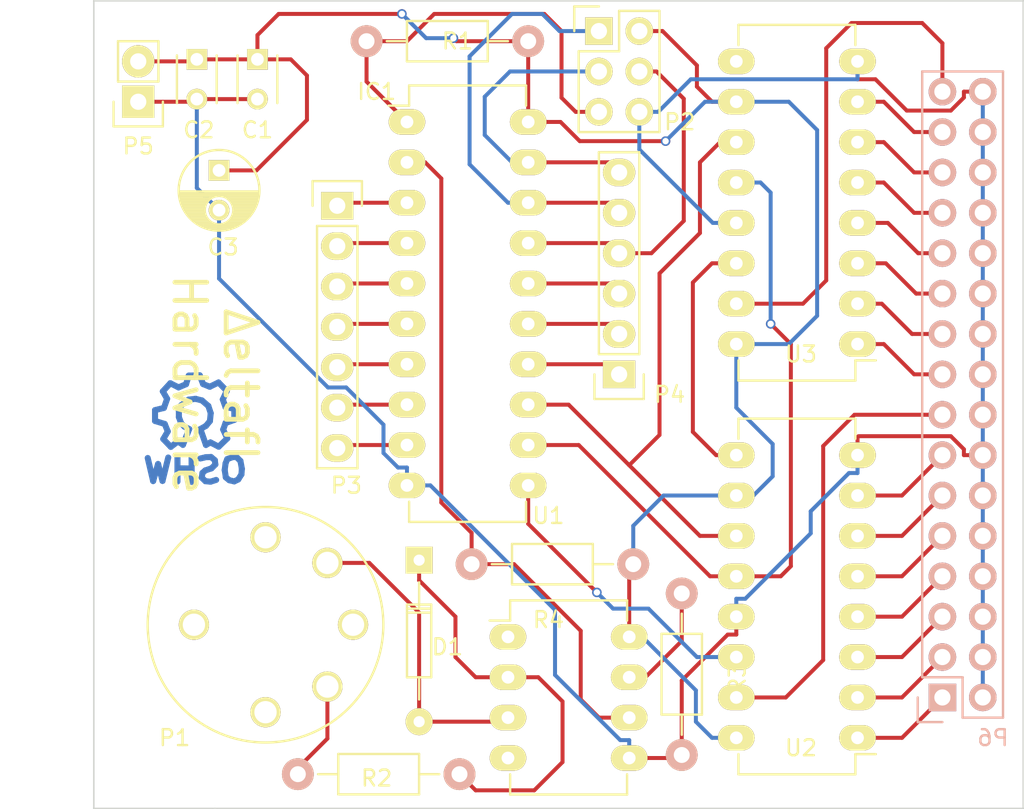
<source format=kicad_pcb>
(kicad_pcb (version 20171130) (host pcbnew "(5.1.12)-1")

  (general
    (thickness 1.6)
    (drawings 8)
    (tracks 283)
    (zones 0)
    (modules 19)
    (nets 46)
  )

  (page User 150.012 150.012)
  (title_block
    (title "Computer Noise Controller ")
    (rev V1.0)
    (company "DeltaFi Hardware - Dragos Rotaru")
  )

  (layers
    (0 F.Cu signal)
    (31 B.Cu signal)
    (32 B.Adhes user hide)
    (33 F.Adhes user hide)
    (34 B.Paste user hide)
    (35 F.Paste user hide)
    (36 B.SilkS user hide)
    (37 F.SilkS user hide)
    (38 B.Mask user hide)
    (39 F.Mask user hide)
    (40 Dwgs.User user hide)
    (41 Cmts.User user hide)
    (42 Eco1.User user hide)
    (43 Eco2.User user hide)
    (44 Edge.Cuts user)
    (45 Margin user hide)
    (46 B.CrtYd user hide)
    (47 F.CrtYd user hide)
    (48 B.Fab user)
    (49 F.Fab user hide)
  )

  (setup
    (last_trace_width 0.25)
    (trace_clearance 0.2)
    (zone_clearance 0.508)
    (zone_45_only yes)
    (trace_min 0.2)
    (via_size 0.6)
    (via_drill 0.4)
    (via_min_size 0.4)
    (via_min_drill 0.3)
    (uvia_size 0.3)
    (uvia_drill 0.1)
    (uvias_allowed no)
    (uvia_min_size 0.2)
    (uvia_min_drill 0.1)
    (edge_width 0.1)
    (segment_width 0.2)
    (pcb_text_width 0.3)
    (pcb_text_size 1.5 1.5)
    (mod_edge_width 0.15)
    (mod_text_size 1 1)
    (mod_text_width 0.15)
    (pad_size 1.5 1.5)
    (pad_drill 0.6)
    (pad_to_mask_clearance 0)
    (aux_axis_origin 0 0)
    (visible_elements 7FFFFFFF)
    (pcbplotparams
      (layerselection 0x010f0_80000001)
      (usegerberextensions true)
      (usegerberattributes true)
      (usegerberadvancedattributes true)
      (creategerberjobfile true)
      (excludeedgelayer true)
      (linewidth 0.100000)
      (plotframeref false)
      (viasonmask false)
      (mode 1)
      (useauxorigin false)
      (hpglpennumber 1)
      (hpglpenspeed 20)
      (hpglpendiameter 15.000000)
      (psnegative false)
      (psa4output false)
      (plotreference true)
      (plotvalue true)
      (plotinvisibletext false)
      (padsonsilk false)
      (subtractmaskfromsilk false)
      (outputformat 1)
      (mirror false)
      (drillshape 0)
      (scaleselection 1)
      (outputdirectory ""))
  )

  (net 0 "")
  (net 1 VCC)
  (net 2 GND)
  (net 3 "Net-(D1-Pad2)")
  (net 4 "Net-(D1-Pad1)")
  (net 5 "Net-(IC1-Pad1)")
  (net 6 "Net-(IC1-Pad2)")
  (net 7 "Net-(IC1-Pad3)")
  (net 8 "Net-(IC1-Pad4)")
  (net 9 "Net-(IC1-Pad5)")
  (net 10 "Net-(IC1-Pad6)")
  (net 11 "Net-(IC1-Pad7)")
  (net 12 "Net-(IC1-Pad8)")
  (net 13 "Net-(IC1-Pad9)")
  (net 14 "Net-(IC1-Pad11)")
  (net 15 "Net-(IC1-Pad12)")
  (net 16 "Net-(IC1-Pad13)")
  (net 17 "Net-(IC1-Pad14)")
  (net 18 "Net-(IC1-Pad15)")
  (net 19 "Net-(IC1-Pad16)")
  (net 20 "Net-(IC1-Pad17)")
  (net 21 "Net-(IC1-Pad18)")
  (net 22 "Net-(IC1-Pad19)")
  (net 23 "Net-(P1-Pad2)")
  (net 24 "Net-(P1-Pad4)")
  (net 25 "Net-(P1-Pad3)")
  (net 26 "Net-(P1-Pad1)")
  (net 27 "Net-(P6-Pad1)")
  (net 28 "Net-(P6-Pad3)")
  (net 29 "Net-(P6-Pad5)")
  (net 30 "Net-(P6-Pad7)")
  (net 31 "Net-(P6-Pad9)")
  (net 32 "Net-(P6-Pad11)")
  (net 33 "Net-(P6-Pad13)")
  (net 34 "Net-(P6-Pad15)")
  (net 35 "Net-(P6-Pad17)")
  (net 36 "Net-(P6-Pad19)")
  (net 37 "Net-(P6-Pad21)")
  (net 38 "Net-(P6-Pad23)")
  (net 39 "Net-(P6-Pad25)")
  (net 40 "Net-(P6-Pad27)")
  (net 41 "Net-(P6-Pad29)")
  (net 42 "Net-(P6-Pad31)")
  (net 43 "Net-(R3-Pad1)")
  (net 44 "Net-(U2-Pad9)")
  (net 45 "Net-(U3-Pad9)")

  (net_class Default "This is the default net class."
    (clearance 0.2)
    (trace_width 0.25)
    (via_dia 0.6)
    (via_drill 0.4)
    (uvia_dia 0.3)
    (uvia_drill 0.1)
    (add_net GND)
    (add_net "Net-(D1-Pad1)")
    (add_net "Net-(D1-Pad2)")
    (add_net "Net-(IC1-Pad1)")
    (add_net "Net-(IC1-Pad11)")
    (add_net "Net-(IC1-Pad12)")
    (add_net "Net-(IC1-Pad13)")
    (add_net "Net-(IC1-Pad14)")
    (add_net "Net-(IC1-Pad15)")
    (add_net "Net-(IC1-Pad16)")
    (add_net "Net-(IC1-Pad17)")
    (add_net "Net-(IC1-Pad18)")
    (add_net "Net-(IC1-Pad19)")
    (add_net "Net-(IC1-Pad2)")
    (add_net "Net-(IC1-Pad3)")
    (add_net "Net-(IC1-Pad4)")
    (add_net "Net-(IC1-Pad5)")
    (add_net "Net-(IC1-Pad6)")
    (add_net "Net-(IC1-Pad7)")
    (add_net "Net-(IC1-Pad8)")
    (add_net "Net-(IC1-Pad9)")
    (add_net "Net-(P1-Pad1)")
    (add_net "Net-(P1-Pad2)")
    (add_net "Net-(P1-Pad3)")
    (add_net "Net-(P1-Pad4)")
    (add_net "Net-(P6-Pad1)")
    (add_net "Net-(P6-Pad11)")
    (add_net "Net-(P6-Pad13)")
    (add_net "Net-(P6-Pad15)")
    (add_net "Net-(P6-Pad17)")
    (add_net "Net-(P6-Pad19)")
    (add_net "Net-(P6-Pad21)")
    (add_net "Net-(P6-Pad23)")
    (add_net "Net-(P6-Pad25)")
    (add_net "Net-(P6-Pad27)")
    (add_net "Net-(P6-Pad29)")
    (add_net "Net-(P6-Pad3)")
    (add_net "Net-(P6-Pad31)")
    (add_net "Net-(P6-Pad5)")
    (add_net "Net-(P6-Pad7)")
    (add_net "Net-(P6-Pad9)")
    (add_net "Net-(R3-Pad1)")
    (add_net "Net-(U2-Pad9)")
    (add_net "Net-(U3-Pad9)")
    (add_net VCC)
  )

  (module Capacitors_ThroughHole:C_Disc_D3_P2.5 (layer F.Cu) (tedit 569428EB) (tstamp 569423F0)
    (at 36.322 36.068 270)
    (descr "Capacitor 3mm Disc, Pitch 2.5mm")
    (tags Capacitor)
    (path /5693F617)
    (fp_text reference C1 (at 4.445 0) (layer F.SilkS)
      (effects (font (size 1 1) (thickness 0.15)))
    )
    (fp_text value 100nf (at -1.651 -0.508) (layer F.Fab)
      (effects (font (size 1 1) (thickness 0.15)))
    )
    (fp_line (start 2.75 1.25) (end -0.25 1.25) (layer F.SilkS) (width 0.15))
    (fp_line (start -0.25 -1.25) (end 2.75 -1.25) (layer F.SilkS) (width 0.15))
    (fp_line (start -0.9 1.5) (end -0.9 -1.5) (layer F.CrtYd) (width 0.05))
    (fp_line (start 3.4 1.5) (end -0.9 1.5) (layer F.CrtYd) (width 0.05))
    (fp_line (start 3.4 -1.5) (end 3.4 1.5) (layer F.CrtYd) (width 0.05))
    (fp_line (start -0.9 -1.5) (end 3.4 -1.5) (layer F.CrtYd) (width 0.05))
    (pad 1 thru_hole rect (at 0 0 270) (size 1.3 1.3) (drill 0.8) (layers *.Cu *.Mask F.SilkS)
      (net 1 VCC))
    (pad 2 thru_hole circle (at 2.5 0 270) (size 1.3 1.3) (drill 0.8001) (layers *.Cu *.Mask F.SilkS)
      (net 2 GND))
    (model Capacitors_ThroughHole.3dshapes/C_Disc_D3_P2.5.wrl
      (offset (xyz 1.250000021226883 0 0))
      (scale (xyz 1 1 1))
      (rotate (xyz 0 0 0))
    )
  )

  (module Capacitors_ThroughHole:C_Disc_D3_P2.5 (layer F.Cu) (tedit 7FFFFFFF) (tstamp 569423FC)
    (at 32.512 36.068 270)
    (descr "Capacitor 3mm Disc, Pitch 2.5mm")
    (tags Capacitor)
    (path /5693F646)
    (fp_text reference C2 (at 4.445 -0.127) (layer F.SilkS)
      (effects (font (size 1 1) (thickness 0.15)))
    )
    (fp_text value 100nf (at -1.651 -0.381) (layer F.Fab)
      (effects (font (size 1 1) (thickness 0.15)))
    )
    (fp_line (start 2.75 1.25) (end -0.25 1.25) (layer F.SilkS) (width 0.15))
    (fp_line (start -0.25 -1.25) (end 2.75 -1.25) (layer F.SilkS) (width 0.15))
    (fp_line (start -0.9 1.5) (end -0.9 -1.5) (layer F.CrtYd) (width 0.05))
    (fp_line (start 3.4 1.5) (end -0.9 1.5) (layer F.CrtYd) (width 0.05))
    (fp_line (start 3.4 -1.5) (end 3.4 1.5) (layer F.CrtYd) (width 0.05))
    (fp_line (start -0.9 -1.5) (end 3.4 -1.5) (layer F.CrtYd) (width 0.05))
    (pad 1 thru_hole rect (at 0 0 270) (size 1.3 1.3) (drill 0.8) (layers *.Cu *.Mask F.SilkS)
      (net 1 VCC))
    (pad 2 thru_hole circle (at 2.5 0 270) (size 1.3 1.3) (drill 0.8001) (layers *.Cu *.Mask F.SilkS)
      (net 2 GND))
    (model Capacitors_ThroughHole.3dshapes/C_Disc_D3_P2.5.wrl
      (offset (xyz 1.250000021226883 0 0))
      (scale (xyz 1 1 1))
      (rotate (xyz 0 0 0))
    )
  )

  (module Diodes_ThroughHole:Diode_DO-35_SOD27_Horizontal_RM10 (layer F.Cu) (tedit 56943526) (tstamp 5694240B)
    (at 46.482 67.564 270)
    (descr "Diode, DO-35,  SOD27, Horizontal, RM 10mm")
    (tags "Diode, DO-35, SOD27, Horizontal, RM 10mm, 1N4148,")
    (path /56940FAA)
    (fp_text reference D1 (at 5.461 -1.778) (layer F.SilkS)
      (effects (font (size 1 1) (thickness 0.15)))
    )
    (fp_text value 1N4148 (at 4.41452 -3.55854 270) (layer F.Fab)
      (effects (font (size 1 1) (thickness 0.15)))
    )
    (fp_line (start 2.79452 -0.76454) (end 2.79452 -0.00254) (layer F.SilkS) (width 0.15))
    (fp_line (start 7.36652 -0.76454) (end 2.79452 -0.76454) (layer F.SilkS) (width 0.15))
    (fp_line (start 7.36652 0.75946) (end 7.36652 -0.76454) (layer F.SilkS) (width 0.15))
    (fp_line (start 2.79452 0.75946) (end 7.36652 0.75946) (layer F.SilkS) (width 0.15))
    (fp_line (start 2.79452 -0.00254) (end 2.79452 0.75946) (layer F.SilkS) (width 0.15))
    (fp_line (start 3.04852 -0.76454) (end 3.04852 0.75946) (layer F.SilkS) (width 0.15))
    (fp_line (start 3.30252 -0.76454) (end 3.30252 0.75946) (layer F.SilkS) (width 0.15))
    (fp_line (start 2.92152 -0.00254) (end 1.39752 -0.00254) (layer F.SilkS) (width 0.15))
    (fp_line (start 7.36652 -0.00254) (end 8.76352 -0.00254) (layer F.SilkS) (width 0.15))
    (pad 2 thru_hole circle (at 10.16052 -0.00254 90) (size 1.69926 1.69926) (drill 0.70104) (layers *.Cu *.Mask F.SilkS)
      (net 3 "Net-(D1-Pad2)"))
    (pad 1 thru_hole rect (at 0.00052 -0.00254 90) (size 1.69926 1.69926) (drill 0.70104) (layers *.Cu *.Mask F.SilkS)
      (net 4 "Net-(D1-Pad1)"))
    (model Diodes_ThroughHole.3dshapes/Diode_DO-35_SOD27_Horizontal_RM10.wrl
      (offset (xyz 5.079999923706055 0 0))
      (scale (xyz 0.4 0.4 0.4))
      (rotate (xyz 0 0 180))
    )
  )

  (module Housings_DIP:DIP-20_W7.62mm_LongPads (layer F.Cu) (tedit 56943542) (tstamp 5694242E)
    (at 45.72 40.005)
    (descr "20-lead dip package, row spacing 7.62 mm (300 mils), longer pads")
    (tags "dil dip 2.54 300")
    (path /5693E0F0)
    (fp_text reference IC1 (at -1.905 -1.905) (layer F.SilkS)
      (effects (font (size 1 1) (thickness 0.15)))
    )
    (fp_text value ATTINY4313-P (at 0 -3.72) (layer F.Fab)
      (effects (font (size 1 1) (thickness 0.15)))
    )
    (fp_line (start 0.135 -1.025) (end -1.15 -1.025) (layer F.SilkS) (width 0.15))
    (fp_line (start 0.135 25.155) (end 7.485 25.155) (layer F.SilkS) (width 0.15))
    (fp_line (start 0.135 -2.295) (end 7.485 -2.295) (layer F.SilkS) (width 0.15))
    (fp_line (start 0.135 25.155) (end 0.135 23.885) (layer F.SilkS) (width 0.15))
    (fp_line (start 7.485 25.155) (end 7.485 23.885) (layer F.SilkS) (width 0.15))
    (fp_line (start 7.485 -2.295) (end 7.485 -1.025) (layer F.SilkS) (width 0.15))
    (fp_line (start 0.135 -2.295) (end 0.135 -1.025) (layer F.SilkS) (width 0.15))
    (fp_line (start -1.4 25.35) (end 9 25.35) (layer F.CrtYd) (width 0.05))
    (fp_line (start -1.4 -2.45) (end 9 -2.45) (layer F.CrtYd) (width 0.05))
    (fp_line (start 9 -2.45) (end 9 25.35) (layer F.CrtYd) (width 0.05))
    (fp_line (start -1.4 -2.45) (end -1.4 25.35) (layer F.CrtYd) (width 0.05))
    (pad 1 thru_hole oval (at 0 0) (size 2.3 1.6) (drill 0.8) (layers *.Cu *.Mask F.SilkS)
      (net 5 "Net-(IC1-Pad1)"))
    (pad 2 thru_hole oval (at 0 2.54) (size 2.3 1.6) (drill 0.8) (layers *.Cu *.Mask F.SilkS)
      (net 6 "Net-(IC1-Pad2)"))
    (pad 3 thru_hole oval (at 0 5.08) (size 2.3 1.6) (drill 0.8) (layers *.Cu *.Mask F.SilkS)
      (net 7 "Net-(IC1-Pad3)"))
    (pad 4 thru_hole oval (at 0 7.62) (size 2.3 1.6) (drill 0.8) (layers *.Cu *.Mask F.SilkS)
      (net 8 "Net-(IC1-Pad4)"))
    (pad 5 thru_hole oval (at 0 10.16) (size 2.3 1.6) (drill 0.8) (layers *.Cu *.Mask F.SilkS)
      (net 9 "Net-(IC1-Pad5)"))
    (pad 6 thru_hole oval (at 0 12.7) (size 2.3 1.6) (drill 0.8) (layers *.Cu *.Mask F.SilkS)
      (net 10 "Net-(IC1-Pad6)"))
    (pad 7 thru_hole oval (at 0 15.24) (size 2.3 1.6) (drill 0.8) (layers *.Cu *.Mask F.SilkS)
      (net 11 "Net-(IC1-Pad7)"))
    (pad 8 thru_hole oval (at 0 17.78) (size 2.3 1.6) (drill 0.8) (layers *.Cu *.Mask F.SilkS)
      (net 12 "Net-(IC1-Pad8)"))
    (pad 9 thru_hole oval (at 0 20.32) (size 2.3 1.6) (drill 0.8) (layers *.Cu *.Mask F.SilkS)
      (net 13 "Net-(IC1-Pad9)"))
    (pad 10 thru_hole oval (at 0 22.86) (size 2.3 1.6) (drill 0.8) (layers *.Cu *.Mask F.SilkS)
      (net 2 GND))
    (pad 11 thru_hole oval (at 7.62 22.86) (size 2.3 1.6) (drill 0.8) (layers *.Cu *.Mask F.SilkS)
      (net 14 "Net-(IC1-Pad11)"))
    (pad 12 thru_hole oval (at 7.62 20.32) (size 2.3 1.6) (drill 0.8) (layers *.Cu *.Mask F.SilkS)
      (net 15 "Net-(IC1-Pad12)"))
    (pad 13 thru_hole oval (at 7.62 17.78) (size 2.3 1.6) (drill 0.8) (layers *.Cu *.Mask F.SilkS)
      (net 16 "Net-(IC1-Pad13)"))
    (pad 14 thru_hole oval (at 7.62 15.24) (size 2.3 1.6) (drill 0.8) (layers *.Cu *.Mask F.SilkS)
      (net 17 "Net-(IC1-Pad14)"))
    (pad 15 thru_hole oval (at 7.62 12.7) (size 2.3 1.6) (drill 0.8) (layers *.Cu *.Mask F.SilkS)
      (net 18 "Net-(IC1-Pad15)"))
    (pad 16 thru_hole oval (at 7.62 10.16) (size 2.3 1.6) (drill 0.8) (layers *.Cu *.Mask F.SilkS)
      (net 19 "Net-(IC1-Pad16)"))
    (pad 17 thru_hole oval (at 7.62 7.62) (size 2.3 1.6) (drill 0.8) (layers *.Cu *.Mask F.SilkS)
      (net 20 "Net-(IC1-Pad17)"))
    (pad 18 thru_hole oval (at 7.62 5.08) (size 2.3 1.6) (drill 0.8) (layers *.Cu *.Mask F.SilkS)
      (net 21 "Net-(IC1-Pad18)"))
    (pad 19 thru_hole oval (at 7.62 2.54) (size 2.3 1.6) (drill 0.8) (layers *.Cu *.Mask F.SilkS)
      (net 22 "Net-(IC1-Pad19)"))
    (pad 20 thru_hole oval (at 7.62 0) (size 2.3 1.6) (drill 0.8) (layers *.Cu *.Mask F.SilkS)
      (net 1 VCC))
    (model Housings_DIP.3dshapes/DIP-20_W7.62mm_LongPads.wrl
      (at (xyz 0 0 0))
      (scale (xyz 1 1 1))
      (rotate (xyz 0 0 0))
    )
  )

  (module "kicad libraries:DIN_5" (layer F.Cu) (tedit 56943573) (tstamp 56942439)
    (at 36.83 71.628 180)
    (path /56940ED4)
    (fp_text reference P1 (at 5.715 -7.112 180) (layer F.SilkS)
      (effects (font (size 1 1) (thickness 0.15)))
    )
    (fp_text value DIN_5 (at 0 -8.89 180) (layer F.Fab)
      (effects (font (size 1 1) (thickness 0.15)))
    )
    (fp_circle (center 0 0) (end 6.35 -3.81) (layer F.SilkS) (width 0.15))
    (pad 2 thru_hole circle (at -5.5 0 180) (size 1.9 1.9) (drill 1.4) (layers *.Cu *.Mask F.SilkS)
      (net 23 "Net-(P1-Pad2)"))
    (pad 5 thru_hole circle (at -3.889087 3.889087 180) (size 1.9 1.9) (drill 1.4) (layers *.Cu *.Mask F.SilkS)
      (net 3 "Net-(D1-Pad2)"))
    (pad 4 thru_hole circle (at -3.889087 -3.889087 180) (size 1.9 1.9) (drill 1.4) (layers *.Cu *.Mask F.SilkS)
      (net 24 "Net-(P1-Pad4)"))
    (pad 3 thru_hole circle (at 0 5.5 180) (size 1.9 1.9) (drill 1.4) (layers *.Cu *.Mask F.SilkS)
      (net 25 "Net-(P1-Pad3)"))
    (pad "" np_thru_hole circle (at 4.5 0 180) (size 1.9 1.9) (drill 1.4) (layers *.Cu *.Mask F.SilkS))
    (pad 1 thru_hole circle (at 0 -5.5 180) (size 1.9 1.9) (drill 1.4) (layers *.Cu *.Mask F.SilkS)
      (net 26 "Net-(P1-Pad1)"))
  )

  (module Pin_Headers:Pin_Header_Straight_2x03 (layer F.Cu) (tedit 56943538) (tstamp 56942450)
    (at 57.785 34.29)
    (descr "Through hole pin header")
    (tags "pin header")
    (path /5693EC06)
    (fp_text reference P2 (at 5.08 5.715) (layer F.SilkS)
      (effects (font (size 1 1) (thickness 0.15)))
    )
    (fp_text value CONN_02X03 (at 0 -3.1) (layer F.Fab)
      (effects (font (size 1 1) (thickness 0.15)))
    )
    (fp_line (start 3.81 1.27) (end 3.81 -1.27) (layer F.SilkS) (width 0.15))
    (fp_line (start 3.81 -1.27) (end 1.27 -1.27) (layer F.SilkS) (width 0.15))
    (fp_line (start -1.55 -1.55) (end -1.55 0) (layer F.SilkS) (width 0.15))
    (fp_line (start 3.81 6.35) (end 3.81 1.27) (layer F.SilkS) (width 0.15))
    (fp_line (start -1.27 6.35) (end 3.81 6.35) (layer F.SilkS) (width 0.15))
    (fp_line (start 1.27 1.27) (end -1.27 1.27) (layer F.SilkS) (width 0.15))
    (fp_line (start 1.27 -1.27) (end 1.27 1.27) (layer F.SilkS) (width 0.15))
    (fp_line (start -1.75 6.85) (end 4.3 6.85) (layer F.CrtYd) (width 0.05))
    (fp_line (start -1.75 -1.75) (end 4.3 -1.75) (layer F.CrtYd) (width 0.05))
    (fp_line (start 4.3 -1.75) (end 4.3 6.85) (layer F.CrtYd) (width 0.05))
    (fp_line (start -1.75 -1.75) (end -1.75 6.85) (layer F.CrtYd) (width 0.05))
    (fp_line (start -1.55 -1.55) (end 0 -1.55) (layer F.SilkS) (width 0.15))
    (fp_line (start -1.27 1.27) (end -1.27 6.35) (layer F.SilkS) (width 0.15))
    (pad 1 thru_hole rect (at 0 0) (size 1.7272 1.7272) (drill 1.016) (layers *.Cu *.Mask F.SilkS)
      (net 21 "Net-(IC1-Pad18)"))
    (pad 2 thru_hole oval (at 2.54 0) (size 1.7272 1.7272) (drill 1.016) (layers *.Cu *.Mask F.SilkS)
      (net 1 VCC))
    (pad 3 thru_hole oval (at 0 2.54) (size 1.7272 1.7272) (drill 1.016) (layers *.Cu *.Mask F.SilkS)
      (net 22 "Net-(IC1-Pad19)"))
    (pad 4 thru_hole oval (at 2.54 2.54) (size 1.7272 1.7272) (drill 1.016) (layers *.Cu *.Mask F.SilkS)
      (net 20 "Net-(IC1-Pad17)"))
    (pad 5 thru_hole oval (at 0 5.08) (size 1.7272 1.7272) (drill 1.016) (layers *.Cu *.Mask F.SilkS)
      (net 5 "Net-(IC1-Pad1)"))
    (pad 6 thru_hole oval (at 2.54 5.08) (size 1.7272 1.7272) (drill 1.016) (layers *.Cu *.Mask F.SilkS)
      (net 2 GND))
    (model Pin_Headers.3dshapes/Pin_Header_Straight_2x03.wrl
      (offset (xyz 1.269999980926514 -2.539999961853027 0))
      (scale (xyz 1 1 1))
      (rotate (xyz 0 0 90))
    )
  )

  (module Pin_Headers:Pin_Header_Straight_1x07 (layer F.Cu) (tedit 5694354B) (tstamp 56942466)
    (at 41.3385 45.2755)
    (descr "Through hole pin header")
    (tags "pin header")
    (path /5693FE95)
    (fp_text reference P3 (at 0.5715 17.5895) (layer F.SilkS)
      (effects (font (size 1 1) (thickness 0.15)))
    )
    (fp_text value CONN_01X07 (at 0 -3.1) (layer F.Fab)
      (effects (font (size 1 1) (thickness 0.15)))
    )
    (fp_line (start -1.55 -1.55) (end 1.55 -1.55) (layer F.SilkS) (width 0.15))
    (fp_line (start -1.55 0) (end -1.55 -1.55) (layer F.SilkS) (width 0.15))
    (fp_line (start 1.27 1.27) (end -1.27 1.27) (layer F.SilkS) (width 0.15))
    (fp_line (start 1.55 -1.55) (end 1.55 0) (layer F.SilkS) (width 0.15))
    (fp_line (start -1.27 16.51) (end -1.27 1.27) (layer F.SilkS) (width 0.15))
    (fp_line (start 1.27 16.51) (end -1.27 16.51) (layer F.SilkS) (width 0.15))
    (fp_line (start 1.27 1.27) (end 1.27 16.51) (layer F.SilkS) (width 0.15))
    (fp_line (start -1.75 17) (end 1.75 17) (layer F.CrtYd) (width 0.05))
    (fp_line (start -1.75 -1.75) (end 1.75 -1.75) (layer F.CrtYd) (width 0.05))
    (fp_line (start 1.75 -1.75) (end 1.75 17) (layer F.CrtYd) (width 0.05))
    (fp_line (start -1.75 -1.75) (end -1.75 17) (layer F.CrtYd) (width 0.05))
    (pad 1 thru_hole rect (at 0 0) (size 2.032 1.7272) (drill 1.016) (layers *.Cu *.Mask F.SilkS)
      (net 7 "Net-(IC1-Pad3)"))
    (pad 2 thru_hole oval (at 0 2.54) (size 2.032 1.7272) (drill 1.016) (layers *.Cu *.Mask F.SilkS)
      (net 8 "Net-(IC1-Pad4)"))
    (pad 3 thru_hole oval (at 0 5.08) (size 2.032 1.7272) (drill 1.016) (layers *.Cu *.Mask F.SilkS)
      (net 9 "Net-(IC1-Pad5)"))
    (pad 4 thru_hole oval (at 0 7.62) (size 2.032 1.7272) (drill 1.016) (layers *.Cu *.Mask F.SilkS)
      (net 10 "Net-(IC1-Pad6)"))
    (pad 5 thru_hole oval (at 0 10.16) (size 2.032 1.7272) (drill 1.016) (layers *.Cu *.Mask F.SilkS)
      (net 11 "Net-(IC1-Pad7)"))
    (pad 6 thru_hole oval (at 0 12.7) (size 2.032 1.7272) (drill 1.016) (layers *.Cu *.Mask F.SilkS)
      (net 12 "Net-(IC1-Pad8)"))
    (pad 7 thru_hole oval (at 0 15.24) (size 2.032 1.7272) (drill 1.016) (layers *.Cu *.Mask F.SilkS)
      (net 13 "Net-(IC1-Pad9)"))
    (model Pin_Headers.3dshapes/Pin_Header_Straight_1x07.wrl
      (offset (xyz 0 -7.619999885559082 0))
      (scale (xyz 1 1 1))
      (rotate (xyz 0 0 90))
    )
  )

  (module Pin_Headers:Pin_Header_Straight_1x06 (layer F.Cu) (tedit 5694352F) (tstamp 5694247B)
    (at 59.055 55.88 180)
    (descr "Through hole pin header")
    (tags "pin header")
    (path /569404C0)
    (fp_text reference P4 (at -3.175 -1.27 180) (layer F.SilkS)
      (effects (font (size 1 1) (thickness 0.15)))
    )
    (fp_text value CONN_01X06 (at 0 -3.1 180) (layer F.Fab)
      (effects (font (size 1 1) (thickness 0.15)))
    )
    (fp_line (start -1.55 -1.55) (end 1.55 -1.55) (layer F.SilkS) (width 0.15))
    (fp_line (start -1.55 0) (end -1.55 -1.55) (layer F.SilkS) (width 0.15))
    (fp_line (start 1.27 1.27) (end -1.27 1.27) (layer F.SilkS) (width 0.15))
    (fp_line (start 1.55 -1.55) (end 1.55 0) (layer F.SilkS) (width 0.15))
    (fp_line (start -1.27 13.97) (end -1.27 1.27) (layer F.SilkS) (width 0.15))
    (fp_line (start 1.27 13.97) (end -1.27 13.97) (layer F.SilkS) (width 0.15))
    (fp_line (start 1.27 1.27) (end 1.27 13.97) (layer F.SilkS) (width 0.15))
    (fp_line (start -1.75 14.45) (end 1.75 14.45) (layer F.CrtYd) (width 0.05))
    (fp_line (start -1.75 -1.75) (end 1.75 -1.75) (layer F.CrtYd) (width 0.05))
    (fp_line (start 1.75 -1.75) (end 1.75 14.45) (layer F.CrtYd) (width 0.05))
    (fp_line (start -1.75 -1.75) (end -1.75 14.45) (layer F.CrtYd) (width 0.05))
    (pad 1 thru_hole rect (at 0 0 180) (size 2.032 1.7272) (drill 1.016) (layers *.Cu *.Mask F.SilkS)
      (net 17 "Net-(IC1-Pad14)"))
    (pad 2 thru_hole oval (at 0 2.54 180) (size 2.032 1.7272) (drill 1.016) (layers *.Cu *.Mask F.SilkS)
      (net 18 "Net-(IC1-Pad15)"))
    (pad 3 thru_hole oval (at 0 5.08 180) (size 2.032 1.7272) (drill 1.016) (layers *.Cu *.Mask F.SilkS)
      (net 19 "Net-(IC1-Pad16)"))
    (pad 4 thru_hole oval (at 0 7.62 180) (size 2.032 1.7272) (drill 1.016) (layers *.Cu *.Mask F.SilkS)
      (net 20 "Net-(IC1-Pad17)"))
    (pad 5 thru_hole oval (at 0 10.16 180) (size 2.032 1.7272) (drill 1.016) (layers *.Cu *.Mask F.SilkS)
      (net 21 "Net-(IC1-Pad18)"))
    (pad 6 thru_hole oval (at 0 12.7 180) (size 2.032 1.7272) (drill 1.016) (layers *.Cu *.Mask F.SilkS)
      (net 22 "Net-(IC1-Pad19)"))
    (model Pin_Headers.3dshapes/Pin_Header_Straight_1x06.wrl
      (offset (xyz 0 -6.349999904632568 0))
      (scale (xyz 1 1 1))
      (rotate (xyz 0 0 90))
    )
  )

  (module Pin_Headers:Pin_Header_Straight_1x02 (layer F.Cu) (tedit 569428FC) (tstamp 5694248C)
    (at 28.829 38.735 180)
    (descr "Through hole pin header")
    (tags "pin header")
    (path /5693F277)
    (fp_text reference P5 (at 0 -2.794 180) (layer F.SilkS)
      (effects (font (size 1 1) (thickness 0.15)))
    )
    (fp_text value CONN_01X02 (at 2.54 1.016 270) (layer F.Fab)
      (effects (font (size 1 1) (thickness 0.15)))
    )
    (fp_line (start -1.27 3.81) (end 1.27 3.81) (layer F.SilkS) (width 0.15))
    (fp_line (start -1.27 1.27) (end -1.27 3.81) (layer F.SilkS) (width 0.15))
    (fp_line (start -1.55 -1.55) (end 1.55 -1.55) (layer F.SilkS) (width 0.15))
    (fp_line (start -1.55 0) (end -1.55 -1.55) (layer F.SilkS) (width 0.15))
    (fp_line (start 1.27 1.27) (end -1.27 1.27) (layer F.SilkS) (width 0.15))
    (fp_line (start -1.75 4.3) (end 1.75 4.3) (layer F.CrtYd) (width 0.05))
    (fp_line (start -1.75 -1.75) (end 1.75 -1.75) (layer F.CrtYd) (width 0.05))
    (fp_line (start 1.75 -1.75) (end 1.75 4.3) (layer F.CrtYd) (width 0.05))
    (fp_line (start -1.75 -1.75) (end -1.75 4.3) (layer F.CrtYd) (width 0.05))
    (fp_line (start 1.55 -1.55) (end 1.55 0) (layer F.SilkS) (width 0.15))
    (fp_line (start 1.27 1.27) (end 1.27 3.81) (layer F.SilkS) (width 0.15))
    (pad 1 thru_hole rect (at 0 0 180) (size 2.032 2.032) (drill 1.016) (layers *.Cu *.Mask F.SilkS)
      (net 2 GND))
    (pad 2 thru_hole oval (at 0 2.54 180) (size 2.032 2.032) (drill 1.016) (layers *.Cu *.Mask F.SilkS)
      (net 1 VCC))
    (model Pin_Headers.3dshapes/Pin_Header_Straight_1x02.wrl
      (offset (xyz 0 -1.269999980926514 0))
      (scale (xyz 1 1 1))
      (rotate (xyz 0 0 90))
    )
  )

  (module Pin_Headers:Pin_Header_Straight_2x16 (layer B.Cu) (tedit 56943593) (tstamp 569424BC)
    (at 79.375 76.2)
    (descr "Through hole pin header")
    (tags "pin header")
    (path /5693E29B)
    (fp_text reference P6 (at 3.175 2.54) (layer B.SilkS)
      (effects (font (size 1 1) (thickness 0.15)) (justify mirror))
    )
    (fp_text value CONN_02X16 (at 0 3.1) (layer B.Fab)
      (effects (font (size 1 1) (thickness 0.15)) (justify mirror))
    )
    (fp_line (start -1.55 1.55) (end -1.55 0) (layer B.SilkS) (width 0.15))
    (fp_line (start 1.27 -1.27) (end -1.27 -1.27) (layer B.SilkS) (width 0.15))
    (fp_line (start 1.27 1.27) (end 1.27 -1.27) (layer B.SilkS) (width 0.15))
    (fp_line (start 0 1.55) (end -1.55 1.55) (layer B.SilkS) (width 0.15))
    (fp_line (start 3.81 1.27) (end 1.27 1.27) (layer B.SilkS) (width 0.15))
    (fp_line (start 3.81 -39.37) (end -1.27 -39.37) (layer B.SilkS) (width 0.15))
    (fp_line (start -1.27 -1.27) (end -1.27 -39.37) (layer B.SilkS) (width 0.15))
    (fp_line (start 3.81 -39.37) (end 3.81 1.27) (layer B.SilkS) (width 0.15))
    (fp_line (start -1.75 -39.85) (end 4.3 -39.85) (layer B.CrtYd) (width 0.05))
    (fp_line (start -1.75 1.75) (end 4.3 1.75) (layer B.CrtYd) (width 0.05))
    (fp_line (start 4.3 1.75) (end 4.3 -39.85) (layer B.CrtYd) (width 0.05))
    (fp_line (start -1.75 1.75) (end -1.75 -39.85) (layer B.CrtYd) (width 0.05))
    (pad 1 thru_hole rect (at 0 0) (size 1.7272 1.7272) (drill 1.016) (layers *.Cu *.Mask B.SilkS)
      (net 27 "Net-(P6-Pad1)"))
    (pad 2 thru_hole oval (at 2.54 0) (size 1.7272 1.7272) (drill 1.016) (layers *.Cu *.Mask B.SilkS)
      (net 2 GND))
    (pad 3 thru_hole oval (at 0 -2.54) (size 1.7272 1.7272) (drill 1.016) (layers *.Cu *.Mask B.SilkS)
      (net 28 "Net-(P6-Pad3)"))
    (pad 4 thru_hole oval (at 2.54 -2.54) (size 1.7272 1.7272) (drill 1.016) (layers *.Cu *.Mask B.SilkS)
      (net 2 GND))
    (pad 5 thru_hole oval (at 0 -5.08) (size 1.7272 1.7272) (drill 1.016) (layers *.Cu *.Mask B.SilkS)
      (net 29 "Net-(P6-Pad5)"))
    (pad 6 thru_hole oval (at 2.54 -5.08) (size 1.7272 1.7272) (drill 1.016) (layers *.Cu *.Mask B.SilkS)
      (net 2 GND))
    (pad 7 thru_hole oval (at 0 -7.62) (size 1.7272 1.7272) (drill 1.016) (layers *.Cu *.Mask B.SilkS)
      (net 30 "Net-(P6-Pad7)"))
    (pad 8 thru_hole oval (at 2.54 -7.62) (size 1.7272 1.7272) (drill 1.016) (layers *.Cu *.Mask B.SilkS)
      (net 2 GND))
    (pad 9 thru_hole oval (at 0 -10.16) (size 1.7272 1.7272) (drill 1.016) (layers *.Cu *.Mask B.SilkS)
      (net 31 "Net-(P6-Pad9)"))
    (pad 10 thru_hole oval (at 2.54 -10.16) (size 1.7272 1.7272) (drill 1.016) (layers *.Cu *.Mask B.SilkS)
      (net 2 GND))
    (pad 11 thru_hole oval (at 0 -12.7) (size 1.7272 1.7272) (drill 1.016) (layers *.Cu *.Mask B.SilkS)
      (net 32 "Net-(P6-Pad11)"))
    (pad 12 thru_hole oval (at 2.54 -12.7) (size 1.7272 1.7272) (drill 1.016) (layers *.Cu *.Mask B.SilkS)
      (net 2 GND))
    (pad 13 thru_hole oval (at 0 -15.24) (size 1.7272 1.7272) (drill 1.016) (layers *.Cu *.Mask B.SilkS)
      (net 33 "Net-(P6-Pad13)"))
    (pad 14 thru_hole oval (at 2.54 -15.24) (size 1.7272 1.7272) (drill 1.016) (layers *.Cu *.Mask B.SilkS)
      (net 2 GND))
    (pad 15 thru_hole oval (at 0 -17.78) (size 1.7272 1.7272) (drill 1.016) (layers *.Cu *.Mask B.SilkS)
      (net 34 "Net-(P6-Pad15)"))
    (pad 16 thru_hole oval (at 2.54 -17.78) (size 1.7272 1.7272) (drill 1.016) (layers *.Cu *.Mask B.SilkS)
      (net 2 GND))
    (pad 17 thru_hole oval (at 0 -20.32) (size 1.7272 1.7272) (drill 1.016) (layers *.Cu *.Mask B.SilkS)
      (net 35 "Net-(P6-Pad17)"))
    (pad 18 thru_hole oval (at 2.54 -20.32) (size 1.7272 1.7272) (drill 1.016) (layers *.Cu *.Mask B.SilkS)
      (net 2 GND))
    (pad 19 thru_hole oval (at 0 -22.86) (size 1.7272 1.7272) (drill 1.016) (layers *.Cu *.Mask B.SilkS)
      (net 36 "Net-(P6-Pad19)"))
    (pad 20 thru_hole oval (at 2.54 -22.86) (size 1.7272 1.7272) (drill 1.016) (layers *.Cu *.Mask B.SilkS)
      (net 2 GND))
    (pad 21 thru_hole oval (at 0 -25.4) (size 1.7272 1.7272) (drill 1.016) (layers *.Cu *.Mask B.SilkS)
      (net 37 "Net-(P6-Pad21)"))
    (pad 22 thru_hole oval (at 2.54 -25.4) (size 1.7272 1.7272) (drill 1.016) (layers *.Cu *.Mask B.SilkS)
      (net 2 GND))
    (pad 23 thru_hole oval (at 0 -27.94) (size 1.7272 1.7272) (drill 1.016) (layers *.Cu *.Mask B.SilkS)
      (net 38 "Net-(P6-Pad23)"))
    (pad 24 thru_hole oval (at 2.54 -27.94) (size 1.7272 1.7272) (drill 1.016) (layers *.Cu *.Mask B.SilkS)
      (net 2 GND))
    (pad 25 thru_hole oval (at 0 -30.48) (size 1.7272 1.7272) (drill 1.016) (layers *.Cu *.Mask B.SilkS)
      (net 39 "Net-(P6-Pad25)"))
    (pad 26 thru_hole oval (at 2.54 -30.48) (size 1.7272 1.7272) (drill 1.016) (layers *.Cu *.Mask B.SilkS)
      (net 2 GND))
    (pad 27 thru_hole oval (at 0 -33.02) (size 1.7272 1.7272) (drill 1.016) (layers *.Cu *.Mask B.SilkS)
      (net 40 "Net-(P6-Pad27)"))
    (pad 28 thru_hole oval (at 2.54 -33.02) (size 1.7272 1.7272) (drill 1.016) (layers *.Cu *.Mask B.SilkS)
      (net 2 GND))
    (pad 29 thru_hole oval (at 0 -35.56) (size 1.7272 1.7272) (drill 1.016) (layers *.Cu *.Mask B.SilkS)
      (net 41 "Net-(P6-Pad29)"))
    (pad 30 thru_hole oval (at 2.54 -35.56) (size 1.7272 1.7272) (drill 1.016) (layers *.Cu *.Mask B.SilkS)
      (net 2 GND))
    (pad 31 thru_hole oval (at 0 -38.1) (size 1.7272 1.7272) (drill 1.016) (layers *.Cu *.Mask B.SilkS)
      (net 42 "Net-(P6-Pad31)"))
    (pad 32 thru_hole oval (at 2.54 -38.1) (size 1.7272 1.7272) (drill 1.016) (layers *.Cu *.Mask B.SilkS)
      (net 2 GND))
    (model Pin_Headers.3dshapes/Pin_Header_Straight_2x16.wrl
      (offset (xyz 1.269999980926514 -19.04999971389771 0))
      (scale (xyz 1 1 1))
      (rotate (xyz 0 0 90))
    )
  )

  (module Resistors_ThroughHole:Resistor_Horizontal_RM10mm (layer F.Cu) (tedit 5694353D) (tstamp 569424C8)
    (at 48.26 34.925 180)
    (descr "Resistor, Axial,  RM 10mm, 1/3W,")
    (tags "Resistor, Axial, RM 10mm, 1/3W,")
    (path /5694324B)
    (fp_text reference R1 (at -0.635 0 180) (layer F.SilkS)
      (effects (font (size 1 1) (thickness 0.15)))
    )
    (fp_text value 10k (at 3.81 3.81 180) (layer F.Fab)
      (effects (font (size 1 1) (thickness 0.15)))
    )
    (fp_line (start 2.54 0) (end 3.81 0) (layer F.SilkS) (width 0.15))
    (fp_line (start -2.54 0) (end -3.81 0) (layer F.SilkS) (width 0.15))
    (fp_line (start -2.54 1.27) (end -2.54 -1.27) (layer F.SilkS) (width 0.15))
    (fp_line (start 2.54 1.27) (end -2.54 1.27) (layer F.SilkS) (width 0.15))
    (fp_line (start 2.54 -1.27) (end 2.54 1.27) (layer F.SilkS) (width 0.15))
    (fp_line (start -2.54 -1.27) (end 2.54 -1.27) (layer F.SilkS) (width 0.15))
    (pad 1 thru_hole circle (at -5.08 0 180) (size 1.99898 1.99898) (drill 1.00076) (layers *.Cu *.SilkS *.Mask)
      (net 1 VCC))
    (pad 2 thru_hole circle (at 5.08 0 180) (size 1.99898 1.99898) (drill 1.00076) (layers *.Cu *.SilkS *.Mask)
      (net 5 "Net-(IC1-Pad1)"))
    (model Resistors_ThroughHole.3dshapes/Resistor_Horizontal_RM10mm.wrl
      (at (xyz 0 0 0))
      (scale (xyz 0.4 0.4 0.4))
      (rotate (xyz 0 0 0))
    )
  )

  (module Resistors_ThroughHole:Resistor_Horizontal_RM10mm (layer F.Cu) (tedit 5694351E) (tstamp 569424D4)
    (at 43.942 81.026 180)
    (descr "Resistor, Axial,  RM 10mm, 1/3W,")
    (tags "Resistor, Axial, RM 10mm, 1/3W,")
    (path /56940F1A)
    (fp_text reference R2 (at 0.127 -0.254 180) (layer F.SilkS)
      (effects (font (size 1 1) (thickness 0.15)))
    )
    (fp_text value 220 (at 3.81 3.81 180) (layer F.Fab)
      (effects (font (size 1 1) (thickness 0.15)))
    )
    (fp_line (start 2.54 0) (end 3.81 0) (layer F.SilkS) (width 0.15))
    (fp_line (start -2.54 0) (end -3.81 0) (layer F.SilkS) (width 0.15))
    (fp_line (start -2.54 1.27) (end -2.54 -1.27) (layer F.SilkS) (width 0.15))
    (fp_line (start 2.54 1.27) (end -2.54 1.27) (layer F.SilkS) (width 0.15))
    (fp_line (start 2.54 -1.27) (end 2.54 1.27) (layer F.SilkS) (width 0.15))
    (fp_line (start -2.54 -1.27) (end 2.54 -1.27) (layer F.SilkS) (width 0.15))
    (pad 1 thru_hole circle (at -5.08 0 180) (size 1.99898 1.99898) (drill 1.00076) (layers *.Cu *.SilkS *.Mask)
      (net 4 "Net-(D1-Pad1)"))
    (pad 2 thru_hole circle (at 5.08 0 180) (size 1.99898 1.99898) (drill 1.00076) (layers *.Cu *.SilkS *.Mask)
      (net 24 "Net-(P1-Pad4)"))
    (model Resistors_ThroughHole.3dshapes/Resistor_Horizontal_RM10mm.wrl
      (at (xyz 0 0 0))
      (scale (xyz 0.4 0.4 0.4))
      (rotate (xyz 0 0 0))
    )
  )

  (module Resistors_ThroughHole:Resistor_Horizontal_RM10mm (layer F.Cu) (tedit 53F56209) (tstamp 569424)
    (at 62.992 74.7395 270)
    (descr "Resistor, Axial,  RM 10mm, 1/3W,")
    (tags "Resistor, Axial, RM 10mm, 1/3W,")
    (path /5694179D)
    (fp_text reference R3 (at 0.24892 -3.50012 270) (layer F.SilkS)
      (effects (font (size 1 1) (thickness 0.15)))
    )
    (fp_text value 1k (at 3.81 3.81 270) (layer F.Fab)
      (effects (font (size 1 1) (thickness 0.15)))
    )
    (fp_line (start 2.54 0) (end 3.81 0) (layer F.SilkS) (width 0.15))
    (fp_line (start -2.54 0) (end -3.81 0) (layer F.SilkS) (width 0.15))
    (fp_line (start -2.54 1.27) (end -2.54 -1.27) (layer F.SilkS) (width 0.15))
    (fp_line (start 2.54 1.27) (end -2.54 1.27) (layer F.SilkS) (width 0.15))
    (fp_line (start 2.54 -1.27) (end 2.54 1.27) (layer F.SilkS) (width 0.15))
    (fp_line (start -2.54 -1.27) (end 2.54 -1.27) (layer F.SilkS) (width 0.15))
    (pad 1 thru_hole circle (at -5.08 0 270) (size 1.99898 1.99898) (drill 1.00076) (layers *.Cu *.SilkS *.Mask)
      (net 43 "Net-(R3-Pad1)"))
    (pad 2 thru_hole circle (at 5.08 0 270) (size 1.99898 1.99898) (drill 1.00076) (layers *.Cu *.SilkS *.Mask)
      (net 2 GND))
    (model Resistors_ThroughHole.3dshapes/Resistor_Horizontal_RM10mm.wrl
      (at (xyz 0 0 0))
      (scale (xyz 0.4 0.4 0.4))
      (rotate (xyz 0 0 0))
    )
  )

  (module Resistors_ThroughHole:Resistor_Horizontal_RM10mm (layer F.Cu) (tedit 53F56209) (tstamp 569424EC)
    (at 54.864 67.818 180)
    (descr "Resistor, Axial,  RM 10mm, 1/3W,")
    (tags "Resistor, Axial, RM 10mm, 1/3W,")
    (path /56940F68)
    (fp_text reference R4 (at 0.24892 -3.50012 180) (layer F.SilkS)
      (effects (font (size 1 1) (thickness 0.15)))
    )
    (fp_text value 470 (at 3.81 3.81 180) (layer F.Fab)
      (effects (font (size 1 1) (thickness 0.15)))
    )
    (fp_line (start 2.54 0) (end 3.81 0) (layer F.SilkS) (width 0.15))
    (fp_line (start -2.54 0) (end -3.81 0) (layer F.SilkS) (width 0.15))
    (fp_line (start -2.54 1.27) (end -2.54 -1.27) (layer F.SilkS) (width 0.15))
    (fp_line (start 2.54 1.27) (end -2.54 1.27) (layer F.SilkS) (width 0.15))
    (fp_line (start 2.54 -1.27) (end 2.54 1.27) (layer F.SilkS) (width 0.15))
    (fp_line (start -2.54 -1.27) (end 2.54 -1.27) (layer F.SilkS) (width 0.15))
    (pad 1 thru_hole circle (at -5.08 0 180) (size 1.99898 1.99898) (drill 1.00076) (layers *.Cu *.SilkS *.Mask)
      (net 1 VCC))
    (pad 2 thru_hole circle (at 5.08 0 180) (size 1.99898 1.99898) (drill 1.00076) (layers *.Cu *.SilkS *.Mask)
      (net 6 "Net-(IC1-Pad2)"))
    (model Resistors_ThroughHole.3dshapes/Resistor_Horizontal_RM10mm.wrl
      (at (xyz 0 0 0))
      (scale (xyz 0.4 0.4 0.4))
      (rotate (xyz 0 0 0))
    )
  )

  (module Housings_DIP:DIP-8_W7.62mm_LongPads (layer F.Cu) (tedit 5694352B) (tstamp 56942503)
    (at 52.07 72.39)
    (descr "8-lead dip package, row spacing 7.62 mm (300 mils), longer pads")
    (tags "dil dip 2.54 300")
    (path /56940FEF)
    (fp_text reference U1 (at 2.54 -7.62) (layer F.SilkS)
      (effects (font (size 1 1) (thickness 0.15)))
    )
    (fp_text value 6N136 (at 0 -3.72) (layer F.Fab)
      (effects (font (size 1 1) (thickness 0.15)))
    )
    (fp_line (start 0.135 -1.025) (end -1.15 -1.025) (layer F.SilkS) (width 0.15))
    (fp_line (start 0.135 9.915) (end 7.485 9.915) (layer F.SilkS) (width 0.15))
    (fp_line (start 0.135 -2.295) (end 7.485 -2.295) (layer F.SilkS) (width 0.15))
    (fp_line (start 0.135 9.915) (end 0.135 8.645) (layer F.SilkS) (width 0.15))
    (fp_line (start 7.485 9.915) (end 7.485 8.645) (layer F.SilkS) (width 0.15))
    (fp_line (start 7.485 -2.295) (end 7.485 -1.025) (layer F.SilkS) (width 0.15))
    (fp_line (start 0.135 -2.295) (end 0.135 -1.025) (layer F.SilkS) (width 0.15))
    (fp_line (start -1.4 10.1) (end 9 10.1) (layer F.CrtYd) (width 0.05))
    (fp_line (start -1.4 -2.45) (end 9 -2.45) (layer F.CrtYd) (width 0.05))
    (fp_line (start 9 -2.45) (end 9 10.1) (layer F.CrtYd) (width 0.05))
    (fp_line (start -1.4 -2.45) (end -1.4 10.1) (layer F.CrtYd) (width 0.05))
    (pad 1 thru_hole oval (at 0 0) (size 2.3 1.6) (drill 0.8) (layers *.Cu *.Mask F.SilkS))
    (pad 2 thru_hole oval (at 0 2.54) (size 2.3 1.6) (drill 0.8) (layers *.Cu *.Mask F.SilkS)
      (net 4 "Net-(D1-Pad1)"))
    (pad 3 thru_hole oval (at 0 5.08) (size 2.3 1.6) (drill 0.8) (layers *.Cu *.Mask F.SilkS)
      (net 3 "Net-(D1-Pad2)"))
    (pad 4 thru_hole oval (at 0 7.62) (size 2.3 1.6) (drill 0.8) (layers *.Cu *.Mask F.SilkS))
    (pad 5 thru_hole oval (at 7.62 7.62) (size 2.3 1.6) (drill 0.8) (layers *.Cu *.Mask F.SilkS)
      (net 2 GND))
    (pad 6 thru_hole oval (at 7.62 5.08) (size 2.3 1.6) (drill 0.8) (layers *.Cu *.Mask F.SilkS)
      (net 6 "Net-(IC1-Pad2)"))
    (pad 7 thru_hole oval (at 7.62 2.54) (size 2.3 1.6) (drill 0.8) (layers *.Cu *.Mask F.SilkS)
      (net 43 "Net-(R3-Pad1)"))
    (pad 8 thru_hole oval (at 7.62 0) (size 2.3 1.6) (drill 0.8) (layers *.Cu *.Mask F.SilkS)
      (net 1 VCC))
    (model Housings_DIP.3dshapes/DIP-8_W7.62mm_LongPads.wrl
      (at (xyz 0 0 0))
      (scale (xyz 1 1 1))
      (rotate (xyz 0 0 0))
    )
  )

  (module Housings_DIP:DIP-16_W7.62mm_LongPads (layer F.Cu) (tedit 56943583) (tstamp 56942522)
    (at 74.041 78.74 180)
    (descr "16-lead dip package, row spacing 7.62 mm (300 mils), longer pads")
    (tags "dil dip 2.54 300")
    (path /5693E18C)
    (fp_text reference U2 (at 3.556 -0.635 180) (layer F.SilkS)
      (effects (font (size 1 1) (thickness 0.15)))
    )
    (fp_text value 74HC595 (at 0 -3.72 180) (layer F.Fab)
      (effects (font (size 1 1) (thickness 0.15)))
    )
    (fp_line (start 0.135 -1.025) (end -1.15 -1.025) (layer F.SilkS) (width 0.15))
    (fp_line (start 0.135 20.075) (end 7.485 20.075) (layer F.SilkS) (width 0.15))
    (fp_line (start 0.135 -2.295) (end 7.485 -2.295) (layer F.SilkS) (width 0.15))
    (fp_line (start 0.135 20.075) (end 0.135 18.805) (layer F.SilkS) (width 0.15))
    (fp_line (start 7.485 20.075) (end 7.485 18.805) (layer F.SilkS) (width 0.15))
    (fp_line (start 7.485 -2.295) (end 7.485 -1.025) (layer F.SilkS) (width 0.15))
    (fp_line (start 0.135 -2.295) (end 0.135 -1.025) (layer F.SilkS) (width 0.15))
    (fp_line (start -1.4 20.25) (end 9 20.25) (layer F.CrtYd) (width 0.05))
    (fp_line (start -1.4 -2.45) (end 9 -2.45) (layer F.CrtYd) (width 0.05))
    (fp_line (start 9 -2.45) (end 9 20.25) (layer F.CrtYd) (width 0.05))
    (fp_line (start -1.4 -2.45) (end -1.4 20.25) (layer F.CrtYd) (width 0.05))
    (pad 1 thru_hole oval (at 0 0 180) (size 2.3 1.6) (drill 0.8) (layers *.Cu *.Mask F.SilkS)
      (net 27 "Net-(P6-Pad1)"))
    (pad 2 thru_hole oval (at 0 2.54 180) (size 2.3 1.6) (drill 0.8) (layers *.Cu *.Mask F.SilkS)
      (net 28 "Net-(P6-Pad3)"))
    (pad 3 thru_hole oval (at 0 5.08 180) (size 2.3 1.6) (drill 0.8) (layers *.Cu *.Mask F.SilkS)
      (net 29 "Net-(P6-Pad5)"))
    (pad 4 thru_hole oval (at 0 7.62 180) (size 2.3 1.6) (drill 0.8) (layers *.Cu *.Mask F.SilkS)
      (net 30 "Net-(P6-Pad7)"))
    (pad 5 thru_hole oval (at 0 10.16 180) (size 2.3 1.6) (drill 0.8) (layers *.Cu *.Mask F.SilkS)
      (net 31 "Net-(P6-Pad9)"))
    (pad 6 thru_hole oval (at 0 12.7 180) (size 2.3 1.6) (drill 0.8) (layers *.Cu *.Mask F.SilkS)
      (net 32 "Net-(P6-Pad11)"))
    (pad 7 thru_hole oval (at 0 15.24 180) (size 2.3 1.6) (drill 0.8) (layers *.Cu *.Mask F.SilkS)
      (net 33 "Net-(P6-Pad13)"))
    (pad 8 thru_hole oval (at 0 17.78 180) (size 2.3 1.6) (drill 0.8) (layers *.Cu *.Mask F.SilkS)
      (net 2 GND))
    (pad 9 thru_hole oval (at 7.62 17.78 180) (size 2.3 1.6) (drill 0.8) (layers *.Cu *.Mask F.SilkS)
      (net 44 "Net-(U2-Pad9)"))
    (pad 10 thru_hole oval (at 7.62 15.24 180) (size 2.3 1.6) (drill 0.8) (layers *.Cu *.Mask F.SilkS)
      (net 1 VCC))
    (pad 11 thru_hole oval (at 7.62 12.7 180) (size 2.3 1.6) (drill 0.8) (layers *.Cu *.Mask F.SilkS)
      (net 16 "Net-(IC1-Pad13)"))
    (pad 12 thru_hole oval (at 7.62 10.16 180) (size 2.3 1.6) (drill 0.8) (layers *.Cu *.Mask F.SilkS)
      (net 15 "Net-(IC1-Pad12)"))
    (pad 13 thru_hole oval (at 7.62 7.62 180) (size 2.3 1.6) (drill 0.8) (layers *.Cu *.Mask F.SilkS)
      (net 2 GND))
    (pad 14 thru_hole oval (at 7.62 5.08 180) (size 2.3 1.6) (drill 0.8) (layers *.Cu *.Mask F.SilkS)
      (net 14 "Net-(IC1-Pad11)"))
    (pad 15 thru_hole oval (at 7.62 2.54 180) (size 2.3 1.6) (drill 0.8) (layers *.Cu *.Mask F.SilkS)
      (net 34 "Net-(P6-Pad15)"))
    (pad 16 thru_hole oval (at 7.62 0 180) (size 2.3 1.6) (drill 0.8) (layers *.Cu *.Mask F.SilkS)
      (net 1 VCC))
    (model Housings_DIP.3dshapes/DIP-16_W7.62mm_LongPads.wrl
      (at (xyz 0 0 0))
      (scale (xyz 1 1 1))
      (rotate (xyz 0 0 0))
    )
  )

  (module Housings_DIP:DIP-16_W7.62mm_LongPads (layer F.Cu) (tedit 56943588) (tstamp 56942541)
    (at 74.041 53.975 180)
    (descr "16-lead dip package, row spacing 7.62 mm (300 mils), longer pads")
    (tags "dil dip 2.54 300")
    (path /5693E246)
    (fp_text reference U3 (at 3.556 -0.635 180) (layer F.SilkS)
      (effects (font (size 1 1) (thickness 0.15)))
    )
    (fp_text value 74HC595 (at 0 -3.72 180) (layer F.Fab)
      (effects (font (size 1 1) (thickness 0.15)))
    )
    (fp_line (start 0.135 -1.025) (end -1.15 -1.025) (layer F.SilkS) (width 0.15))
    (fp_line (start 0.135 20.075) (end 7.485 20.075) (layer F.SilkS) (width 0.15))
    (fp_line (start 0.135 -2.295) (end 7.485 -2.295) (layer F.SilkS) (width 0.15))
    (fp_line (start 0.135 20.075) (end 0.135 18.805) (layer F.SilkS) (width 0.15))
    (fp_line (start 7.485 20.075) (end 7.485 18.805) (layer F.SilkS) (width 0.15))
    (fp_line (start 7.485 -2.295) (end 7.485 -1.025) (layer F.SilkS) (width 0.15))
    (fp_line (start 0.135 -2.295) (end 0.135 -1.025) (layer F.SilkS) (width 0.15))
    (fp_line (start -1.4 20.25) (end 9 20.25) (layer F.CrtYd) (width 0.05))
    (fp_line (start -1.4 -2.45) (end 9 -2.45) (layer F.CrtYd) (width 0.05))
    (fp_line (start 9 -2.45) (end 9 20.25) (layer F.CrtYd) (width 0.05))
    (fp_line (start -1.4 -2.45) (end -1.4 20.25) (layer F.CrtYd) (width 0.05))
    (pad 1 thru_hole oval (at 0 0 180) (size 2.3 1.6) (drill 0.8) (layers *.Cu *.Mask F.SilkS)
      (net 35 "Net-(P6-Pad17)"))
    (pad 2 thru_hole oval (at 0 2.54 180) (size 2.3 1.6) (drill 0.8) (layers *.Cu *.Mask F.SilkS)
      (net 36 "Net-(P6-Pad19)"))
    (pad 3 thru_hole oval (at 0 5.08 180) (size 2.3 1.6) (drill 0.8) (layers *.Cu *.Mask F.SilkS)
      (net 37 "Net-(P6-Pad21)"))
    (pad 4 thru_hole oval (at 0 7.62 180) (size 2.3 1.6) (drill 0.8) (layers *.Cu *.Mask F.SilkS)
      (net 38 "Net-(P6-Pad23)"))
    (pad 5 thru_hole oval (at 0 10.16 180) (size 2.3 1.6) (drill 0.8) (layers *.Cu *.Mask F.SilkS)
      (net 39 "Net-(P6-Pad25)"))
    (pad 6 thru_hole oval (at 0 12.7 180) (size 2.3 1.6) (drill 0.8) (layers *.Cu *.Mask F.SilkS)
      (net 40 "Net-(P6-Pad27)"))
    (pad 7 thru_hole oval (at 0 15.24 180) (size 2.3 1.6) (drill 0.8) (layers *.Cu *.Mask F.SilkS)
      (net 41 "Net-(P6-Pad29)"))
    (pad 8 thru_hole oval (at 0 17.78 180) (size 2.3 1.6) (drill 0.8) (layers *.Cu *.Mask F.SilkS)
      (net 2 GND))
    (pad 9 thru_hole oval (at 7.62 17.78 180) (size 2.3 1.6) (drill 0.8) (layers *.Cu *.Mask F.SilkS)
      (net 45 "Net-(U3-Pad9)"))
    (pad 10 thru_hole oval (at 7.62 15.24 180) (size 2.3 1.6) (drill 0.8) (layers *.Cu *.Mask F.SilkS)
      (net 1 VCC))
    (pad 11 thru_hole oval (at 7.62 12.7 180) (size 2.3 1.6) (drill 0.8) (layers *.Cu *.Mask F.SilkS)
      (net 16 "Net-(IC1-Pad13)"))
    (pad 12 thru_hole oval (at 7.62 10.16 180) (size 2.3 1.6) (drill 0.8) (layers *.Cu *.Mask F.SilkS)
      (net 15 "Net-(IC1-Pad12)"))
    (pad 13 thru_hole oval (at 7.62 7.62 180) (size 2.3 1.6) (drill 0.8) (layers *.Cu *.Mask F.SilkS)
      (net 2 GND))
    (pad 14 thru_hole oval (at 7.62 5.08 180) (size 2.3 1.6) (drill 0.8) (layers *.Cu *.Mask F.SilkS)
      (net 44 "Net-(U2-Pad9)"))
    (pad 15 thru_hole oval (at 7.62 2.54 180) (size 2.3 1.6) (drill 0.8) (layers *.Cu *.Mask F.SilkS)
      (net 42 "Net-(P6-Pad31)"))
    (pad 16 thru_hole oval (at 7.62 0 180) (size 2.3 1.6) (drill 0.8) (layers *.Cu *.Mask F.SilkS)
      (net 1 VCC))
    (model Housings_DIP.3dshapes/DIP-16_W7.62mm_LongPads.wrl
      (at (xyz 0 0 0))
      (scale (xyz 1 1 1))
      (rotate (xyz 0 0 0))
    )
  )

  (module Capacitors_ThroughHole:C_Radial_D5_L6_P2.5 (layer F.Cu) (tedit 5694356B) (tstamp 7FFFFFFF)
    (at 33.909 43.053 270)
    (descr "Radial Electrolytic Capacitor Diameter 5mm x Length 6mm, Pitch 2.5mm")
    (tags "Electrolytic Capacitor")
    (path /5693F679)
    (fp_text reference C3 (at 4.826 -0.254) (layer F.SilkS)
      (effects (font (size 1 1) (thickness 0.15)))
    )
    (fp_text value 1uf (at -2.286 0) (layer F.Fab)
      (effects (font (size 1 1) (thickness 0.15)))
    )
    (fp_circle (center 1.25 0) (end 1.25 -2.8) (layer F.CrtYd) (width 0.05))
    (fp_circle (center 1.25 0) (end 1.25 -2.5375) (layer F.SilkS) (width 0.15))
    (fp_circle (center 2.5 0) (end 2.5 -0.9) (layer F.SilkS) (width 0.15))
    (fp_line (start 3.705 -0.472) (end 3.705 0.472) (layer F.SilkS) (width 0.15))
    (fp_line (start 3.565 -0.944) (end 3.565 0.944) (layer F.SilkS) (width 0.15))
    (fp_line (start 3.425 -1.233) (end 3.425 1.233) (layer F.SilkS) (width 0.15))
    (fp_line (start 3.285 0.44) (end 3.285 1.452) (layer F.SilkS) (width 0.15))
    (fp_line (start 3.285 -1.452) (end 3.285 -0.44) (layer F.SilkS) (width 0.15))
    (fp_line (start 3.145 0.628) (end 3.145 1.631) (layer F.SilkS) (width 0.15))
    (fp_line (start 3.145 -1.631) (end 3.145 -0.628) (layer F.SilkS) (width 0.15))
    (fp_line (start 3.005 0.745) (end 3.005 1.78) (layer F.SilkS) (width 0.15))
    (fp_line (start 3.005 -1.78) (end 3.005 -0.745) (layer F.SilkS) (width 0.15))
    (fp_line (start 2.865 0.823) (end 2.865 1.908) (layer F.SilkS) (width 0.15))
    (fp_line (start 2.865 -1.908) (end 2.865 -0.823) (layer F.SilkS) (width 0.15))
    (fp_line (start 2.725 0.871) (end 2.725 2.019) (layer F.SilkS) (width 0.15))
    (fp_line (start 2.725 -2.019) (end 2.725 -0.871) (layer F.SilkS) (width 0.15))
    (fp_line (start 2.585 0.896) (end 2.585 2.114) (layer F.SilkS) (width 0.15))
    (fp_line (start 2.585 -2.114) (end 2.585 -0.896) (layer F.SilkS) (width 0.15))
    (fp_line (start 2.445 0.898) (end 2.445 2.196) (layer F.SilkS) (width 0.15))
    (fp_line (start 2.445 -2.196) (end 2.445 -0.898) (layer F.SilkS) (width 0.15))
    (fp_line (start 2.305 0.879) (end 2.305 2.266) (layer F.SilkS) (width 0.15))
    (fp_line (start 2.305 -2.266) (end 2.305 -0.879) (layer F.SilkS) (width 0.15))
    (fp_line (start 2.165 0.835) (end 2.165 2.327) (layer F.SilkS) (width 0.15))
    (fp_line (start 2.165 -2.327) (end 2.165 -0.835) (layer F.SilkS) (width 0.15))
    (fp_line (start 2.025 0.764) (end 2.025 2.377) (layer F.SilkS) (width 0.15))
    (fp_line (start 2.025 -2.377) (end 2.025 -0.764) (layer F.SilkS) (width 0.15))
    (fp_line (start 1.885 0.657) (end 1.885 2.418) (layer F.SilkS) (width 0.15))
    (fp_line (start 1.885 -2.418) (end 1.885 -0.657) (layer F.SilkS) (width 0.15))
    (fp_line (start 1.745 0.49) (end 1.745 2.451) (layer F.SilkS) (width 0.15))
    (fp_line (start 1.745 -2.451) (end 1.745 -0.49) (layer F.SilkS) (width 0.15))
    (fp_line (start 1.605 0.095) (end 1.605 2.475) (layer F.SilkS) (width 0.15))
    (fp_line (start 1.605 -2.475) (end 1.605 -0.095) (layer F.SilkS) (width 0.15))
    (fp_line (start 1.465 -2.491) (end 1.465 2.491) (layer F.SilkS) (width 0.15))
    (fp_line (start 1.325 -2.499) (end 1.325 2.499) (layer F.SilkS) (width 0.15))
    (pad 1 thru_hole rect (at 0 0 270) (size 1.3 1.3) (drill 0.8) (layers *.Cu *.Mask F.SilkS)
      (net 1 VCC))
    (pad 2 thru_hole circle (at 2.5 0 270) (size 1.3 1.3) (drill 0.8) (layers *.Cu *.Mask F.SilkS)
      (net 2 GND))
    (model Capacitors_ThroughHole.3dshapes/C_Radial_D5_L6_P2.5.wrl
      (offset (xyz 1.25001018122673 0 0))
      (scale (xyz 1 1 1))
      (rotate (xyz 0 0 90))
    )
  )

  (module Symbols:Symbol_OSHW-Logo_CopperTop (layer B.Cu) (tedit 56943167) (tstamp 569438EB)
    (at 32.385 58.42 180)
    (descr "Symbol, OSHW-Logo, Copper Top,")
    (tags "Symbol, OSHW-Logo, Copper Top,")
    (fp_text reference Noname_1 (at 0.09906 4.38912 180) (layer B.SilkS) hide
      (effects (font (size 1 1) (thickness 0.15)) (justify mirror))
    )
    (fp_text value Symbol_OSHW-Logo_CopperTop (at 0.30988 -6.56082 180) (layer B.Fab)
      (effects (font (size 1 1) (thickness 0.15)) (justify mirror))
    )
    (fp_line (start 0.35052 -0.89916) (end 0.7493 -1.89992) (layer B.Cu) (width 0.381))
    (fp_line (start -0.35052 -0.89916) (end -0.70104 -1.89992) (layer B.Cu) (width 0.381))
    (fp_line (start -0.70104 -0.70104) (end -0.35052 -0.89916) (layer B.Cu) (width 0.381))
    (fp_line (start -0.94996 -0.39878) (end -0.70104 -0.70104) (layer B.Cu) (width 0.381))
    (fp_line (start -1.00076 0.09906) (end -0.94996 -0.39878) (layer B.Cu) (width 0.381))
    (fp_line (start -0.8509 0.55118) (end -1.00076 0.09906) (layer B.Cu) (width 0.381))
    (fp_line (start -0.44958 0.89916) (end -0.8509 0.55118) (layer B.Cu) (width 0.381))
    (fp_line (start -0.0508 1.00076) (end -0.44958 0.89916) (layer B.Cu) (width 0.381))
    (fp_line (start 0.39878 0.94996) (end -0.0508 1.00076) (layer B.Cu) (width 0.381))
    (fp_line (start 0.8509 0.59944) (end 0.39878 0.94996) (layer B.Cu) (width 0.381))
    (fp_line (start 1.00076 0.24892) (end 0.8509 0.59944) (layer B.Cu) (width 0.381))
    (fp_line (start 1.00076 -0.14986) (end 1.00076 0.24892) (layer B.Cu) (width 0.381))
    (fp_line (start 0.8509 -0.55118) (end 1.00076 -0.14986) (layer B.Cu) (width 0.381))
    (fp_line (start 0.65024 -0.7493) (end 0.8509 -0.55118) (layer B.Cu) (width 0.381))
    (fp_line (start 0.35052 -0.89916) (end 0.65024 -0.7493) (layer B.Cu) (width 0.381))
    (fp_line (start -1.9304 -0.5207) (end -1.7907 -0.91948) (layer B.Cu) (width 0.381))
    (fp_line (start -2.4892 -0.32004) (end -1.9304 -0.5207) (layer B.Cu) (width 0.381))
    (fp_line (start -2.47904 0.381) (end -2.4892 -0.32004) (layer B.Cu) (width 0.381))
    (fp_line (start -1.9304 0.48006) (end -2.47904 0.381) (layer B.Cu) (width 0.381))
    (fp_line (start -1.76022 0.96012) (end -1.9304 0.48006) (layer B.Cu) (width 0.381))
    (fp_line (start -2.00914 1.50114) (end -1.76022 0.96012) (layer B.Cu) (width 0.381))
    (fp_line (start -1.49098 2.02946) (end -2.00914 1.50114) (layer B.Cu) (width 0.381))
    (fp_line (start -0.9398 1.76022) (end -1.49098 2.02946) (layer B.Cu) (width 0.381))
    (fp_line (start -0.5207 1.9304) (end -0.9398 1.76022) (layer B.Cu) (width 0.381))
    (fp_line (start -0.30988 2.47904) (end -0.5207 1.9304) (layer B.Cu) (width 0.381))
    (fp_line (start 0.381 2.46126) (end -0.30988 2.47904) (layer B.Cu) (width 0.381))
    (fp_line (start 0.55118 1.92024) (end 0.381 2.46126) (layer B.Cu) (width 0.381))
    (fp_line (start 1.02108 1.71958) (end 0.55118 1.92024) (layer B.Cu) (width 0.381))
    (fp_line (start 1.53924 1.9812) (end 1.02108 1.71958) (layer B.Cu) (width 0.381))
    (fp_line (start 2.00914 1.47066) (end 1.53924 1.9812) (layer B.Cu) (width 0.381))
    (fp_line (start 1.7399 1.00076) (end 2.00914 1.47066) (layer B.Cu) (width 0.381))
    (fp_line (start 1.94056 0.42926) (end 1.7399 1.00076) (layer B.Cu) (width 0.381))
    (fp_line (start 2.49936 0.28956) (end 1.94056 0.42926) (layer B.Cu) (width 0.381))
    (fp_line (start 2.49936 -0.39116) (end 2.49936 0.28956) (layer B.Cu) (width 0.381))
    (fp_line (start 1.88976 -0.57912) (end 2.49936 -0.39116) (layer B.Cu) (width 0.381))
    (fp_line (start 1.69926 -1.04902) (end 1.88976 -0.57912) (layer B.Cu) (width 0.381))
    (fp_line (start 1.9812 -1.52908) (end 1.69926 -1.04902) (layer B.Cu) (width 0.381))
    (fp_line (start 1.50876 -2.0193) (end 1.9812 -1.52908) (layer B.Cu) (width 0.381))
    (fp_line (start 1.06934 -1.6891) (end 1.50876 -2.0193) (layer B.Cu) (width 0.381))
    (fp_line (start 0.73914 -1.8796) (end 1.06934 -1.6891) (layer B.Cu) (width 0.381))
    (fp_line (start -0.98044 -1.7399) (end -0.70104 -1.89992) (layer B.Cu) (width 0.381))
    (fp_line (start -1.50114 -2.00914) (end -0.98044 -1.7399) (layer B.Cu) (width 0.381))
    (fp_line (start -2.03962 -1.49098) (end -1.50114 -2.00914) (layer B.Cu) (width 0.381))
    (fp_line (start -1.78054 -0.92964) (end -2.03962 -1.49098) (layer B.Cu) (width 0.381))
    (fp_line (start -2.03962 -2.78892) (end -2.4003 -2.65938) (layer B.Cu) (width 0.381))
    (fp_line (start -1.9304 -3.07086) (end -2.03962 -2.78892) (layer B.Cu) (width 0.381))
    (fp_line (start -1.8796 -3.4798) (end -1.9304 -3.07086) (layer B.Cu) (width 0.381))
    (fp_line (start -1.95072 -3.93954) (end -1.8796 -3.4798) (layer B.Cu) (width 0.381))
    (fp_line (start -2.16916 -4.11988) (end -1.95072 -3.93954) (layer B.Cu) (width 0.381))
    (fp_line (start -2.47904 -4.191) (end -2.16916 -4.11988) (layer B.Cu) (width 0.381))
    (fp_line (start -2.7305 -4.06908) (end -2.47904 -4.191) (layer B.Cu) (width 0.381))
    (fp_line (start -2.93116 -3.74904) (end -2.7305 -4.06908) (layer B.Cu) (width 0.381))
    (fp_line (start -2.9591 -3.40106) (end -2.93116 -3.74904) (layer B.Cu) (width 0.381))
    (fp_line (start -2.8702 -2.91084) (end -2.9591 -3.40106) (layer B.Cu) (width 0.381))
    (fp_line (start -2.6289 -2.66954) (end -2.8702 -2.91084) (layer B.Cu) (width 0.381))
    (fp_line (start -2.37998 -2.64922) (end -2.6289 -2.66954) (layer B.Cu) (width 0.381))
    (fp_line (start -0.9906 -4.20878) (end -1.34112 -4.09956) (layer B.Cu) (width 0.381))
    (fp_line (start -0.67056 -4.18084) (end -0.9906 -4.20878) (layer B.Cu) (width 0.381))
    (fp_line (start -0.43942 -3.95986) (end -0.67056 -4.18084) (layer B.Cu) (width 0.381))
    (fp_line (start -0.48006 -3.66014) (end -0.43942 -3.95986) (layer B.Cu) (width 0.381))
    (fp_line (start -0.6604 -3.50012) (end -0.48006 -3.66014) (layer B.Cu) (width 0.381))
    (fp_line (start -1.04902 -3.37058) (end -0.6604 -3.50012) (layer B.Cu) (width 0.381))
    (fp_line (start -1.29032 -3.12928) (end -1.04902 -3.37058) (layer B.Cu) (width 0.381))
    (fp_line (start -1.25984 -2.86004) (end -1.29032 -3.12928) (layer B.Cu) (width 0.381))
    (fp_line (start -1.02108 -2.65938) (end -1.25984 -2.86004) (layer B.Cu) (width 0.381))
    (fp_line (start -0.70104 -2.66954) (end -1.02108 -2.65938) (layer B.Cu) (width 0.381))
    (fp_line (start -0.35052 -2.75082) (end -0.70104 -2.66954) (layer B.Cu) (width 0.381))
    (fp_line (start 0.20066 -4.21894) (end 0.21082 -4.20878) (layer B.Cu) (width 0.381))
    (fp_line (start 0.20066 -2.64922) (end 0.20066 -4.21894) (layer B.Cu) (width 0.381))
    (fp_line (start 1.08966 -2.65938) (end 1.08966 -4.20116) (layer B.Cu) (width 0.381))
    (fp_line (start 1.04902 -3.38074) (end 1.04902 -3.37058) (layer B.Cu) (width 0.381))
    (fp_line (start 1.03886 -3.37058) (end 1.04902 -3.38074) (layer B.Cu) (width 0.381))
    (fp_line (start 0.24892 -3.38074) (end 1.03886 -3.37058) (layer B.Cu) (width 0.381))
    (fp_line (start 2.61874 -4.17068) (end 2.9591 -2.72034) (layer B.Cu) (width 0.381))
    (fp_line (start 2.30886 -3.0988) (end 2.61874 -4.17068) (layer B.Cu) (width 0.381))
    (fp_line (start 2.02946 -4.16052) (end 2.30886 -3.0988) (layer B.Cu) (width 0.381))
    (fp_line (start 1.66878 -2.68986) (end 2.02946 -4.16052) (layer B.Cu) (width 0.381))
  )

  (gr_text "ΔeltafI\nHardware\n" (at 33.655 56.515 270) (layer F.SilkS)
    (effects (font (size 2 2) (thickness 0.3)))
  )
  (gr_text Δ (at 34.925 52.705) (layer F.Mask)
    (effects (font (size 5 4) (thickness 0.3)) (justify mirror))
  )
  (gr_line (start 33.655 83.185) (end 26.035 83.185) (angle 90) (layer Edge.Cuts) (width 0.1))
  (gr_line (start 33.655 32.385) (end 26.035 32.385) (angle 90) (layer Edge.Cuts) (width 0.1))
  (gr_line (start 26.035 32.385) (end 26.035 83.185) (angle 90) (layer Edge.Cuts) (width 0.1))
  (gr_line (start 84.455 32.385) (end 33.655 32.385) (angle 90) (layer Edge.Cuts) (width 0.1))
  (gr_line (start 84.455 83.185) (end 84.455 32.385) (angle 90) (layer Edge.Cuts) (width 0.1))
  (gr_line (start 33.655 83.185) (end 84.455 83.185) (angle 90) (layer Edge.Cuts) (width 0.1))

  (segment (start 66.2305 63.5) (end 66.421 63.5) (width 0.25) (layer B.Cu) (net 1))
  (segment (start 59.944 67.818) (end 59.944 65.405) (width 0.25) (layer B.Cu) (net 1))
  (segment (start 59.944 65.405) (end 61.849 63.5) (width 0.25) (layer B.Cu) (net 1))
  (segment (start 61.849 63.5) (end 66.2305 63.5) (width 0.25) (layer B.Cu) (net 1))
  (segment (start 66.421 63.5) (end 66.2305 63.5) (width 0.25) (layer B.Cu) (net 1))
  (segment (start 59.69 72.39) (end 59.69 68.072) (width 0.25) (layer F.Cu) (net 1))
  (segment (start 59.69 68.072) (end 59.944 67.818) (width 0.25) (layer F.Cu) (net 1))
  (segment (start 59.69 72.39) (end 60.5155 72.39) (width 0.25) (layer B.Cu) (net 1))
  (segment (start 60.5155 72.39) (end 63.881 75.7555) (width 0.25) (layer B.Cu) (net 1))
  (segment (start 63.881 75.7555) (end 63.881 77.724) (width 0.25) (layer B.Cu) (net 1))
  (segment (start 63.881 77.724) (end 64.897 78.74) (width 0.25) (layer B.Cu) (net 1))
  (segment (start 64.897 78.74) (end 66.421 78.74) (width 0.25) (layer B.Cu) (net 1))
  (segment (start 66.421 53.975) (end 66.421 57.9755) (width 0.25) (layer B.Cu) (net 1))
  (segment (start 66.421 57.9755) (end 68.707 60.2615) (width 0.25) (layer B.Cu) (net 1))
  (segment (start 68.707 60.2615) (end 68.707 62.2935) (width 0.25) (layer B.Cu) (net 1))
  (segment (start 68.707 62.2935) (end 67.5005 63.5) (width 0.25) (layer B.Cu) (net 1))
  (segment (start 67.5005 63.5) (end 66.421 63.5) (width 0.25) (layer B.Cu) (net 1))
  (segment (start 53.34 34.925) (end 53.34 40.005) (width 0.25) (layer F.Cu) (net 1))
  (segment (start 28.829 36.195) (end 32.385 36.195) (width 0.25) (layer F.Cu) (net 1))
  (segment (start 32.385 36.195) (end 32.512 36.068) (width 0.25) (layer F.Cu) (net 1))
  (segment (start 32.512 36.068) (end 36.322 36.068) (width 0.25) (layer F.Cu) (net 1))
  (segment (start 33.909 43.053) (end 36.2585 43.053) (width 0.25) (layer F.Cu) (net 1))
  (segment (start 36.2585 43.053) (end 39.4335 39.878) (width 0.25) (layer F.Cu) (net 1))
  (segment (start 39.4335 39.878) (end 39.4335 37.084) (width 0.25) (layer F.Cu) (net 1))
  (segment (start 39.4335 37.084) (end 38.4175 36.068) (width 0.25) (layer F.Cu) (net 1))
  (segment (start 38.4175 36.068) (end 36.322 36.068) (width 0.25) (layer F.Cu) (net 1))
  (segment (start 60.325 34.29) (end 61.7855 34.29) (width 0.25) (layer F.Cu) (net 1))
  (segment (start 61.7855 34.29) (end 63.9445 36.449) (width 0.25) (layer F.Cu) (net 1))
  (segment (start 63.9445 36.449) (end 63.9445 37.7825) (width 0.25) (layer F.Cu) (net 1))
  (segment (start 63.9445 37.7825) (end 64.897 38.735) (width 0.25) (layer F.Cu) (net 1))
  (segment (start 64.897 38.735) (end 66.421 38.735) (width 0.25) (layer F.Cu) (net 1))
  (segment (start 66.421 53.975) (end 69.723 53.975) (width 0.25) (layer B.Cu) (net 1))
  (segment (start 69.723 53.975) (end 71.501 52.197) (width 0.25) (layer B.Cu) (net 1))
  (segment (start 71.501 52.197) (end 71.501 40.513) (width 0.25) (layer B.Cu) (net 1))
  (segment (start 71.501 40.513) (end 69.723 38.735) (width 0.25) (layer B.Cu) (net 1))
  (segment (start 69.723 38.735) (end 66.421 38.735) (width 0.25) (layer B.Cu) (net 1))
  (segment (start 36.322 36.068) (end 36.322 34.544) (width 0.25) (layer F.Cu) (net 1))
  (segment (start 36.322 34.544) (end 37.6555 33.2105) (width 0.25) (layer F.Cu) (net 1))
  (segment (start 37.6555 33.2105) (end 45.4025 33.2105) (width 0.25) (layer F.Cu) (net 1))
  (segment (start 45.4025 33.2105) (end 46.9265 34.7345) (width 0.25) (layer B.Cu) (net 1))
  (segment (start 46.9265 34.7345) (end 48.641 34.7345) (width 0.25) (layer B.Cu) (net 1))
  (segment (start 48.641 34.7345) (end 48.8315 34.925) (width 0.25) (layer F.Cu) (net 1))
  (segment (start 48.8315 34.925) (end 53.34 34.925) (width 0.25) (layer F.Cu) (net 1))
  (segment (start 53.34 40.005) (end 55.372 40.005) (width 0.25) (layer F.Cu) (net 1))
  (segment (start 55.372 40.005) (end 56.5785 41.2115) (width 0.25) (layer F.Cu) (net 1))
  (segment (start 56.5785 41.2115) (end 61.976 41.2115) (width 0.25) (layer F.Cu) (net 1))
  (segment (start 61.976 41.2115) (end 64.4525 38.735) (width 0.25) (layer B.Cu) (net 1))
  (segment (start 64.4525 38.735) (end 66.421 38.735) (width 0.25) (layer B.Cu) (net 1))
  (via (at 45.4025 33.2105) (size 0.6) (layers F.Cu B.Cu) (net 1))
  (via (at 48.641 34.7345) (size 0.6) (layers F.Cu B.Cu) (net 1))
  (via (at 61.976 41.2115) (size 0.6) (layers F.Cu B.Cu) (net 1))
  (segment (start 32.512 38.568) (end 36.322 38.568) (width 0.25) (layer F.Cu) (net 2))
  (segment (start 28.829 38.735) (end 32.345 38.735) (width 0.25) (layer F.Cu) (net 2))
  (segment (start 32.345 38.735) (end 32.512 38.568) (width 0.25) (layer F.Cu) (net 2))
  (segment (start 45.72 62.865) (end 45.72 61.7399) (width 0.25) (layer B.Cu) (net 2))
  (segment (start 45.72 61.7399) (end 45.1574 61.7399) (width 0.25) (layer B.Cu) (net 2))
  (segment (start 45.1574 61.7399) (end 44.2448 60.8273) (width 0.25) (layer B.Cu) (net 2))
  (segment (start 44.2448 60.8273) (end 44.2448 59.0482) (width 0.25) (layer B.Cu) (net 2))
  (segment (start 44.2448 59.0482) (end 41.9021 56.7055) (width 0.25) (layer B.Cu) (net 2))
  (segment (start 41.9021 56.7055) (end 40.7578 56.7055) (width 0.25) (layer B.Cu) (net 2))
  (segment (start 40.7578 56.7055) (end 33.909 49.8567) (width 0.25) (layer B.Cu) (net 2))
  (segment (start 33.909 49.8567) (end 33.909 45.553) (width 0.25) (layer B.Cu) (net 2))
  (segment (start 46.1786 62.865) (end 45.72 62.865) (width 0.25) (layer B.Cu) (net 2))
  (segment (start 46.1786 62.865) (end 47.1951 62.865) (width 0.25) (layer B.Cu) (net 2))
  (segment (start 59.69 80.01) (end 59.69 78.8849) (width 0.25) (layer B.Cu) (net 2))
  (segment (start 59.69 78.8849) (end 59.1275 78.8849) (width 0.25) (layer B.Cu) (net 2))
  (segment (start 59.1275 78.8849) (end 55.027 74.7844) (width 0.25) (layer B.Cu) (net 2))
  (segment (start 55.027 74.7844) (end 55.027 70.6969) (width 0.25) (layer B.Cu) (net 2))
  (segment (start 55.027 70.6969) (end 47.1951 62.865) (width 0.25) (layer B.Cu) (net 2))
  (segment (start 60.325 39.37) (end 61.5137 39.37) (width 0.25) (layer B.Cu) (net 2))
  (segment (start 74.041 36.195) (end 74.041 37.3201) (width 0.25) (layer B.Cu) (net 2))
  (segment (start 74.041 37.3201) (end 63.5636 37.3201) (width 0.25) (layer B.Cu) (net 2))
  (segment (start 63.5636 37.3201) (end 61.5137 39.37) (width 0.25) (layer B.Cu) (net 2))
  (segment (start 81.915 73.66) (end 81.915 76.2) (width 0.25) (layer B.Cu) (net 2))
  (segment (start 81.915 71.12) (end 81.915 73.66) (width 0.25) (layer B.Cu) (net 2))
  (segment (start 81.915 68.58) (end 81.915 71.12) (width 0.25) (layer B.Cu) (net 2))
  (segment (start 81.915 66.04) (end 81.915 68.58) (width 0.25) (layer B.Cu) (net 2))
  (segment (start 81.915 63.5) (end 81.915 66.04) (width 0.25) (layer B.Cu) (net 2))
  (segment (start 81.915 60.96) (end 81.915 63.5) (width 0.25) (layer B.Cu) (net 2))
  (segment (start 81.915 58.42) (end 81.915 60.96) (width 0.25) (layer B.Cu) (net 2))
  (segment (start 81.915 55.88) (end 81.915 58.42) (width 0.25) (layer B.Cu) (net 2))
  (segment (start 81.915 53.34) (end 81.915 55.88) (width 0.25) (layer B.Cu) (net 2))
  (segment (start 81.915 50.8) (end 81.915 53.34) (width 0.25) (layer B.Cu) (net 2))
  (segment (start 81.915 48.26) (end 81.915 50.8) (width 0.25) (layer B.Cu) (net 2))
  (segment (start 81.915 45.72) (end 81.915 48.26) (width 0.25) (layer B.Cu) (net 2))
  (segment (start 81.915 43.18) (end 81.915 45.72) (width 0.25) (layer B.Cu) (net 2))
  (segment (start 81.915 40.64) (end 81.915 43.18) (width 0.25) (layer B.Cu) (net 2))
  (segment (start 81.915 38.1) (end 81.915 40.64) (width 0.25) (layer B.Cu) (net 2))
  (segment (start 62.992 79.8195) (end 62.992 75.1384) (width 0.25) (layer F.Cu) (net 2))
  (segment (start 62.992 75.1384) (end 65.8853 72.2451) (width 0.25) (layer F.Cu) (net 2))
  (segment (start 65.8853 72.2451) (end 66.421 72.2451) (width 0.25) (layer F.Cu) (net 2))
  (segment (start 59.69 80.01) (end 62.8015 80.01) (width 0.25) (layer F.Cu) (net 2))
  (segment (start 62.8015 80.01) (end 62.992 79.8195) (width 0.25) (layer F.Cu) (net 2))
  (segment (start 66.421 71.12) (end 66.421 72.2451) (width 0.25) (layer F.Cu) (net 2))
  (segment (start 81.915 60.96) (end 80.7263 60.96) (width 0.25) (layer F.Cu) (net 2))
  (segment (start 74.041 60.96) (end 74.041 59.8349) (width 0.25) (layer F.Cu) (net 2))
  (segment (start 74.041 59.8349) (end 74.1065 59.7694) (width 0.25) (layer F.Cu) (net 2))
  (segment (start 74.1065 59.7694) (end 79.9051 59.7694) (width 0.25) (layer F.Cu) (net 2))
  (segment (start 79.9051 59.7694) (end 80.7263 60.5906) (width 0.25) (layer F.Cu) (net 2))
  (segment (start 80.7263 60.5906) (end 80.7263 60.96) (width 0.25) (layer F.Cu) (net 2))
  (segment (start 74.041 60.96) (end 74.041 62.0851) (width 0.25) (layer B.Cu) (net 2))
  (segment (start 66.421 71.12) (end 66.421 69.9949) (width 0.25) (layer B.Cu) (net 2))
  (segment (start 66.421 69.9949) (end 66.9835 69.9949) (width 0.25) (layer B.Cu) (net 2))
  (segment (start 66.9835 69.9949) (end 71.0984 65.88) (width 0.25) (layer B.Cu) (net 2))
  (segment (start 71.0984 65.88) (end 71.0984 64.492) (width 0.25) (layer B.Cu) (net 2))
  (segment (start 71.0984 64.492) (end 73.5053 62.0851) (width 0.25) (layer B.Cu) (net 2))
  (segment (start 73.5053 62.0851) (end 74.041 62.0851) (width 0.25) (layer B.Cu) (net 2))
  (segment (start 81.915 38.1) (end 80.7263 38.1) (width 0.25) (layer F.Cu) (net 2))
  (segment (start 74.041 36.195) (end 74.041 37.3201) (width 0.25) (layer F.Cu) (net 2))
  (segment (start 74.041 37.3201) (end 75.1661 37.3201) (width 0.25) (layer F.Cu) (net 2))
  (segment (start 75.1661 37.3201) (end 77.1366 39.2906) (width 0.25) (layer F.Cu) (net 2))
  (segment (start 77.1366 39.2906) (end 79.9051 39.2906) (width 0.25) (layer F.Cu) (net 2))
  (segment (start 79.9051 39.2906) (end 80.7263 38.4694) (width 0.25) (layer F.Cu) (net 2))
  (segment (start 80.7263 38.4694) (end 80.7263 38.1) (width 0.25) (layer F.Cu) (net 2))
  (segment (start 66.421 46.355) (end 64.9459 46.355) (width 0.25) (layer B.Cu) (net 2))
  (segment (start 64.9459 46.355) (end 60.325 41.7341) (width 0.25) (layer B.Cu) (net 2))
  (segment (start 60.325 41.7341) (end 60.325 39.37) (width 0.25) (layer B.Cu) (net 2))
  (segment (start 33.909 45.553) (end 32.512 44.156) (width 0.25) (layer B.Cu) (net 2))
  (segment (start 32.512 44.156) (end 32.512 38.568) (width 0.25) (layer B.Cu) (net 2))
  (segment (start 40.7191 67.7389) (end 43.3549 67.7389) (width 0.25) (layer F.Cu) (net 3))
  (segment (start 43.3549 67.7389) (end 46.4845 70.8685) (width 0.25) (layer F.Cu) (net 3))
  (segment (start 46.4845 70.8685) (end 46.4845 77.7245) (width 0.25) (layer F.Cu) (net 3))
  (segment (start 46.4845 77.7245) (end 51.8155 77.7245) (width 0.25) (layer F.Cu) (net 3))
  (segment (start 51.8155 77.7245) (end 52.07 77.47) (width 0.25) (layer F.Cu) (net 3))
  (segment (start 49.022 81.026) (end 50.038 82.042) (width 0.25) (layer F.Cu) (net 4))
  (segment (start 50.038 82.042) (end 53.721 82.042) (width 0.25) (layer F.Cu) (net 4))
  (segment (start 53.721 82.042) (end 55.499 80.264) (width 0.25) (layer F.Cu) (net 4))
  (segment (start 55.499 80.264) (end 55.499 76.454) (width 0.25) (layer F.Cu) (net 4))
  (segment (start 55.499 76.454) (end 53.975 74.93) (width 0.25) (layer F.Cu) (net 4))
  (segment (start 53.975 74.93) (end 52.07 74.93) (width 0.25) (layer F.Cu) (net 4))
  (segment (start 46.4845 67.5645) (end 46.4845 68.8365) (width 0.25) (layer F.Cu) (net 4))
  (segment (start 46.4845 68.8365) (end 48.768 71.12) (width 0.25) (layer F.Cu) (net 4))
  (segment (start 48.768 71.12) (end 48.768 73.66) (width 0.25) (layer F.Cu) (net 4))
  (segment (start 48.768 73.66) (end 50.038 74.93) (width 0.25) (layer F.Cu) (net 4))
  (segment (start 50.038 74.93) (end 52.07 74.93) (width 0.25) (layer F.Cu) (net 4))
  (segment (start 43.18 34.925) (end 43.18 37.465) (width 0.25) (layer F.Cu) (net 5))
  (segment (start 43.18 37.465) (end 45.72 40.005) (width 0.25) (layer F.Cu) (net 5))
  (segment (start 43.18 34.925) (end 45.72 34.925) (width 0.25) (layer F.Cu) (net 5))
  (segment (start 45.72 34.925) (end 47.4345 33.2105) (width 0.25) (layer F.Cu) (net 5))
  (segment (start 47.4345 33.2105) (end 54.356 33.2105) (width 0.25) (layer F.Cu) (net 5))
  (segment (start 54.356 33.2105) (end 55.4355 34.29) (width 0.25) (layer F.Cu) (net 5))
  (segment (start 55.4355 34.29) (end 55.4355 38.481) (width 0.25) (layer F.Cu) (net 5))
  (segment (start 55.4355 38.481) (end 56.3245 39.37) (width 0.25) (layer F.Cu) (net 5))
  (segment (start 56.3245 39.37) (end 57.785 39.37) (width 0.25) (layer F.Cu) (net 5))
  (segment (start 49.784 67.818) (end 52.451 67.818) (width 0.25) (layer F.Cu) (net 6))
  (segment (start 52.451 67.818) (end 56.642 72.009) (width 0.25) (layer F.Cu) (net 6))
  (segment (start 56.642 72.009) (end 56.642 76.327) (width 0.25) (layer F.Cu) (net 6))
  (segment (start 56.642 76.327) (end 57.785 77.47) (width 0.25) (layer F.Cu) (net 6))
  (segment (start 57.785 77.47) (end 59.69 77.47) (width 0.25) (layer F.Cu) (net 6))
  (segment (start 45.72 42.545) (end 46.863 42.545) (width 0.25) (layer F.Cu) (net 6))
  (segment (start 46.863 42.545) (end 47.879 43.561) (width 0.25) (layer F.Cu) (net 6))
  (segment (start 47.879 43.561) (end 47.879 63.9445) (width 0.25) (layer F.Cu) (net 6))
  (segment (start 47.879 63.9445) (end 49.784 65.8495) (width 0.25) (layer F.Cu) (net 6))
  (segment (start 49.784 65.8495) (end 49.784 67.818) (width 0.25) (layer F.Cu) (net 6))
  (segment (start 45.72 45.085) (end 41.529 45.085) (width 0.25) (layer F.Cu) (net 7))
  (segment (start 41.529 45.085) (end 41.3385 45.2755) (width 0.25) (layer F.Cu) (net 7))
  (segment (start 45.72 47.625) (end 41.529 47.625) (width 0.25) (layer F.Cu) (net 8))
  (segment (start 41.529 47.625) (end 41.3385 47.8155) (width 0.25) (layer F.Cu) (net 8))
  (segment (start 45.72 50.165) (end 41.529 50.165) (width 0.25) (layer F.Cu) (net 9))
  (segment (start 41.529 50.165) (end 41.3385 50.3555) (width 0.25) (layer F.Cu) (net 9))
  (segment (start 45.72 52.705) (end 41.529 52.705) (width 0.25) (layer F.Cu) (net 10))
  (segment (start 41.529 52.705) (end 41.3385 52.8955) (width 0.25) (layer F.Cu) (net 10))
  (segment (start 45.72 55.245) (end 41.529 55.245) (width 0.25) (layer F.Cu) (net 11))
  (segment (start 41.529 55.245) (end 41.3385 55.4355) (width 0.25) (layer F.Cu) (net 11))
  (segment (start 45.72 57.785) (end 41.529 57.785) (width 0.25) (layer F.Cu) (net 12))
  (segment (start 41.529 57.785) (end 41.3385 57.9755) (width 0.25) (layer F.Cu) (net 12))
  (segment (start 45.72 60.325) (end 41.529 60.325) (width 0.25) (layer F.Cu) (net 13))
  (segment (start 41.529 60.325) (end 41.3385 60.5155) (width 0.25) (layer F.Cu) (net 13))
  (segment (start 53.34 62.865) (end 53.34 65.278) (width 0.25) (layer F.Cu) (net 14))
  (segment (start 53.34 65.278) (end 57.658 69.596) (width 0.25) (layer F.Cu) (net 14))
  (segment (start 57.658 69.596) (end 58.674 70.612) (width 0.25) (layer B.Cu) (net 14))
  (segment (start 58.674 70.612) (end 60.8965 70.612) (width 0.25) (layer B.Cu) (net 14))
  (segment (start 60.8965 70.612) (end 63.9445 73.66) (width 0.25) (layer B.Cu) (net 14))
  (segment (start 63.9445 73.66) (end 66.421 73.66) (width 0.25) (layer B.Cu) (net 14))
  (via (at 57.658 69.596) (size 0.6) (layers F.Cu B.Cu) (net 14))
  (segment (start 53.34 60.325) (end 56.515 60.325) (width 0.25) (layer F.Cu) (net 15))
  (segment (start 56.515 60.325) (end 64.77 68.58) (width 0.25) (layer F.Cu) (net 15))
  (segment (start 64.77 68.58) (end 66.421 68.58) (width 0.25) (layer F.Cu) (net 15))
  (segment (start 66.421 68.58) (end 69.215 68.58) (width 0.25) (layer F.Cu) (net 15))
  (segment (start 69.215 68.58) (end 69.85 67.945) (width 0.25) (layer F.Cu) (net 15))
  (segment (start 69.85 67.945) (end 69.85 53.975) (width 0.25) (layer F.Cu) (net 15))
  (segment (start 69.85 53.975) (end 68.58 52.705) (width 0.25) (layer F.Cu) (net 15))
  (segment (start 68.58 52.705) (end 68.58 44.45) (width 0.25) (layer B.Cu) (net 15))
  (segment (start 68.58 44.45) (end 67.945 43.815) (width 0.25) (layer B.Cu) (net 15))
  (segment (start 67.945 43.815) (end 66.421 43.815) (width 0.25) (layer B.Cu) (net 15))
  (via (at 68.58 52.705) (size 0.6) (layers F.Cu B.Cu) (net 15))
  (segment (start 59.69 61.595) (end 64.135 66.04) (width 0.25) (layer F.Cu) (net 16))
  (segment (start 64.135 66.04) (end 66.421 66.04) (width 0.25) (layer F.Cu) (net 16))
  (segment (start 53.34 57.785) (end 55.88 57.785) (width 0.25) (layer F.Cu) (net 16))
  (segment (start 55.88 57.785) (end 59.69 61.595) (width 0.25) (layer F.Cu) (net 16))
  (segment (start 59.69 61.595) (end 61.595 59.69) (width 0.25) (layer F.Cu) (net 16))
  (segment (start 61.595 59.69) (end 61.595 49.53) (width 0.25) (layer F.Cu) (net 16))
  (segment (start 61.595 49.53) (end 64.135 46.99) (width 0.25) (layer F.Cu) (net 16))
  (segment (start 64.135 46.99) (end 64.135 42.545) (width 0.25) (layer F.Cu) (net 16))
  (segment (start 64.135 42.545) (end 65.405 41.275) (width 0.25) (layer F.Cu) (net 16))
  (segment (start 65.405 41.275) (end 66.421 41.275) (width 0.25) (layer F.Cu) (net 16))
  (segment (start 53.34 55.245) (end 58.42 55.245) (width 0.25) (layer F.Cu) (net 17))
  (segment (start 58.42 55.245) (end 59.055 55.88) (width 0.25) (layer F.Cu) (net 17))
  (segment (start 53.34 52.705) (end 58.42 52.705) (width 0.25) (layer F.Cu) (net 18))
  (segment (start 58.42 52.705) (end 59.055 53.34) (width 0.25) (layer F.Cu) (net 18))
  (segment (start 53.34 50.165) (end 58.42 50.165) (width 0.25) (layer F.Cu) (net 19))
  (segment (start 58.42 50.165) (end 59.055 50.8) (width 0.25) (layer F.Cu) (net 19))
  (segment (start 53.34 47.625) (end 58.42 47.625) (width 0.25) (layer F.Cu) (net 20))
  (segment (start 58.42 47.625) (end 59.055 48.26) (width 0.25) (layer F.Cu) (net 20))
  (segment (start 59.055 48.26) (end 61.087 48.26) (width 0.25) (layer F.Cu) (net 20))
  (segment (start 61.087 48.26) (end 63.119 46.228) (width 0.25) (layer F.Cu) (net 20))
  (segment (start 63.119 46.228) (end 63.119 38.5445) (width 0.25) (layer F.Cu) (net 20))
  (segment (start 63.119 38.5445) (end 61.4045 36.83) (width 0.25) (layer F.Cu) (net 20))
  (segment (start 61.4045 36.83) (end 60.325 36.83) (width 0.25) (layer F.Cu) (net 20))
  (segment (start 53.34 45.085) (end 58.42 45.085) (width 0.25) (layer F.Cu) (net 21))
  (segment (start 58.42 45.085) (end 59.055 45.72) (width 0.25) (layer F.Cu) (net 21))
  (segment (start 57.785 34.29) (end 55.3085 34.29) (width 0.25) (layer B.Cu) (net 21))
  (segment (start 55.3085 34.29) (end 54.229 33.2105) (width 0.25) (layer B.Cu) (net 21))
  (segment (start 54.229 33.2105) (end 52.324 33.2105) (width 0.25) (layer B.Cu) (net 21))
  (segment (start 52.324 33.2105) (end 49.657 35.8775) (width 0.25) (layer B.Cu) (net 21))
  (segment (start 49.657 35.8775) (end 49.657 42.672) (width 0.25) (layer B.Cu) (net 21))
  (segment (start 49.657 42.672) (end 52.07 45.085) (width 0.25) (layer B.Cu) (net 21))
  (segment (start 52.07 45.085) (end 53.34 45.085) (width 0.25) (layer B.Cu) (net 21))
  (segment (start 53.34 42.545) (end 58.42 42.545) (width 0.25) (layer F.Cu) (net 22))
  (segment (start 58.42 42.545) (end 59.055 43.18) (width 0.25) (layer F.Cu) (net 22))
  (segment (start 57.785 36.83) (end 52.197 36.83) (width 0.25) (layer B.Cu) (net 22))
  (segment (start 52.197 36.83) (end 50.6095 38.4175) (width 0.25) (layer B.Cu) (net 22))
  (segment (start 50.6095 38.4175) (end 50.6095 40.8305) (width 0.25) (layer B.Cu) (net 22))
  (segment (start 50.6095 40.8305) (end 52.324 42.545) (width 0.25) (layer B.Cu) (net 22))
  (segment (start 52.324 42.545) (end 53.34 42.545) (width 0.25) (layer B.Cu) (net 22))
  (segment (start 38.862 81.026) (end 38.862 80.645) (width 0.25) (layer F.Cu) (net 24))
  (segment (start 38.862 80.645) (end 40.7191 78.7879) (width 0.25) (layer F.Cu) (net 24))
  (segment (start 40.7191 78.7879) (end 40.7191 75.5171) (width 0.25) (layer F.Cu) (net 24))
  (segment (start 74.041 78.74) (end 76.835 78.74) (width 0.25) (layer F.Cu) (net 27))
  (segment (start 76.835 78.74) (end 79.375 76.2) (width 0.25) (layer F.Cu) (net 27))
  (segment (start 74.041 76.2) (end 76.835 76.2) (width 0.25) (layer F.Cu) (net 28))
  (segment (start 76.835 76.2) (end 79.375 73.66) (width 0.25) (layer F.Cu) (net 28))
  (segment (start 74.041 73.66) (end 76.835 73.66) (width 0.25) (layer F.Cu) (net 29))
  (segment (start 76.835 73.66) (end 79.375 71.12) (width 0.25) (layer F.Cu) (net 29))
  (segment (start 74.041 71.12) (end 76.835 71.12) (width 0.25) (layer F.Cu) (net 30))
  (segment (start 76.835 71.12) (end 79.375 68.58) (width 0.25) (layer F.Cu) (net 30))
  (segment (start 74.041 68.58) (end 76.835 68.58) (width 0.25) (layer F.Cu) (net 31))
  (segment (start 76.835 68.58) (end 79.375 66.04) (width 0.25) (layer F.Cu) (net 31))
  (segment (start 74.041 66.04) (end 76.835 66.04) (width 0.25) (layer F.Cu) (net 32))
  (segment (start 76.835 66.04) (end 79.375 63.5) (width 0.25) (layer F.Cu) (net 32))
  (segment (start 74.041 63.5) (end 76.835 63.5) (width 0.25) (layer F.Cu) (net 33))
  (segment (start 76.835 63.5) (end 79.375 60.96) (width 0.25) (layer F.Cu) (net 33))
  (segment (start 66.421 76.2) (end 69.5325 76.2) (width 0.25) (layer F.Cu) (net 34))
  (segment (start 69.5325 76.2) (end 71.882 73.8505) (width 0.25) (layer F.Cu) (net 34))
  (segment (start 71.882 73.8505) (end 71.882 60.3885) (width 0.25) (layer F.Cu) (net 34))
  (segment (start 71.882 60.3885) (end 73.8505 58.42) (width 0.25) (layer F.Cu) (net 34))
  (segment (start 73.8505 58.42) (end 79.375 58.42) (width 0.25) (layer F.Cu) (net 34))
  (segment (start 74.041 53.975) (end 75.692 53.975) (width 0.25) (layer F.Cu) (net 35))
  (segment (start 75.692 53.975) (end 77.597 55.88) (width 0.25) (layer F.Cu) (net 35))
  (segment (start 77.597 55.88) (end 79.375 55.88) (width 0.25) (layer F.Cu) (net 35))
  (segment (start 74.041 51.435) (end 75.565 51.435) (width 0.25) (layer F.Cu) (net 36))
  (segment (start 75.565 51.435) (end 77.47 53.34) (width 0.25) (layer F.Cu) (net 36))
  (segment (start 77.47 53.34) (end 79.375 53.34) (width 0.25) (layer F.Cu) (net 36))
  (segment (start 74.041 48.895) (end 75.819 48.895) (width 0.25) (layer F.Cu) (net 37))
  (segment (start 75.819 48.895) (end 77.724 50.8) (width 0.25) (layer F.Cu) (net 37))
  (segment (start 77.724 50.8) (end 79.375 50.8) (width 0.25) (layer F.Cu) (net 37))
  (segment (start 74.041 46.355) (end 75.946 46.355) (width 0.25) (layer F.Cu) (net 38))
  (segment (start 75.946 46.355) (end 77.851 48.26) (width 0.25) (layer F.Cu) (net 38))
  (segment (start 77.851 48.26) (end 79.375 48.26) (width 0.25) (layer F.Cu) (net 38))
  (segment (start 74.041 43.815) (end 75.692 43.815) (width 0.25) (layer F.Cu) (net 39))
  (segment (start 75.692 43.815) (end 77.597 45.72) (width 0.25) (layer F.Cu) (net 39))
  (segment (start 77.597 45.72) (end 79.375 45.72) (width 0.25) (layer F.Cu) (net 39))
  (segment (start 74.041 41.275) (end 75.692 41.275) (width 0.25) (layer F.Cu) (net 40))
  (segment (start 75.692 41.275) (end 77.597 43.18) (width 0.25) (layer F.Cu) (net 40))
  (segment (start 77.597 43.18) (end 79.375 43.18) (width 0.25) (layer F.Cu) (net 40))
  (segment (start 74.041 38.735) (end 75.692 38.735) (width 0.25) (layer F.Cu) (net 41))
  (segment (start 75.692 38.735) (end 77.597 40.64) (width 0.25) (layer F.Cu) (net 41))
  (segment (start 77.597 40.64) (end 79.375 40.64) (width 0.25) (layer F.Cu) (net 41))
  (segment (start 66.421 51.435) (end 70.612 51.435) (width 0.25) (layer F.Cu) (net 42))
  (segment (start 70.612 51.435) (end 72.0725 49.9745) (width 0.25) (layer F.Cu) (net 42))
  (segment (start 72.0725 49.9745) (end 72.0725 35.3695) (width 0.25) (layer F.Cu) (net 42))
  (segment (start 72.0725 35.3695) (end 73.66 33.782) (width 0.25) (layer F.Cu) (net 42))
  (segment (start 73.66 33.782) (end 78.105 33.782) (width 0.25) (layer F.Cu) (net 42))
  (segment (start 78.105 33.782) (end 79.375 35.052) (width 0.25) (layer F.Cu) (net 42))
  (segment (start 79.375 35.052) (end 79.375 38.1) (width 0.25) (layer F.Cu) (net 42))
  (segment (start 59.69 74.93) (end 60.706 74.93) (width 0.25) (layer F.Cu) (net 43))
  (segment (start 60.706 74.93) (end 62.992 72.644) (width 0.25) (layer F.Cu) (net 43))
  (segment (start 62.992 72.644) (end 62.992 69.6595) (width 0.25) (layer F.Cu) (net 43))
  (segment (start 66.421 60.96) (end 65.151 60.96) (width 0.25) (layer F.Cu) (net 44))
  (segment (start 65.151 60.96) (end 63.6905 59.4995) (width 0.25) (layer F.Cu) (net 44))
  (segment (start 63.6905 59.4995) (end 63.6905 50.1015) (width 0.25) (layer F.Cu) (net 44))
  (segment (start 63.6905 50.1015) (end 64.897 48.895) (width 0.25) (layer F.Cu) (net 44))
  (segment (start 64.897 48.895) (end 66.421 48.895) (width 0.25) (layer F.Cu) (net 44))

)

</source>
